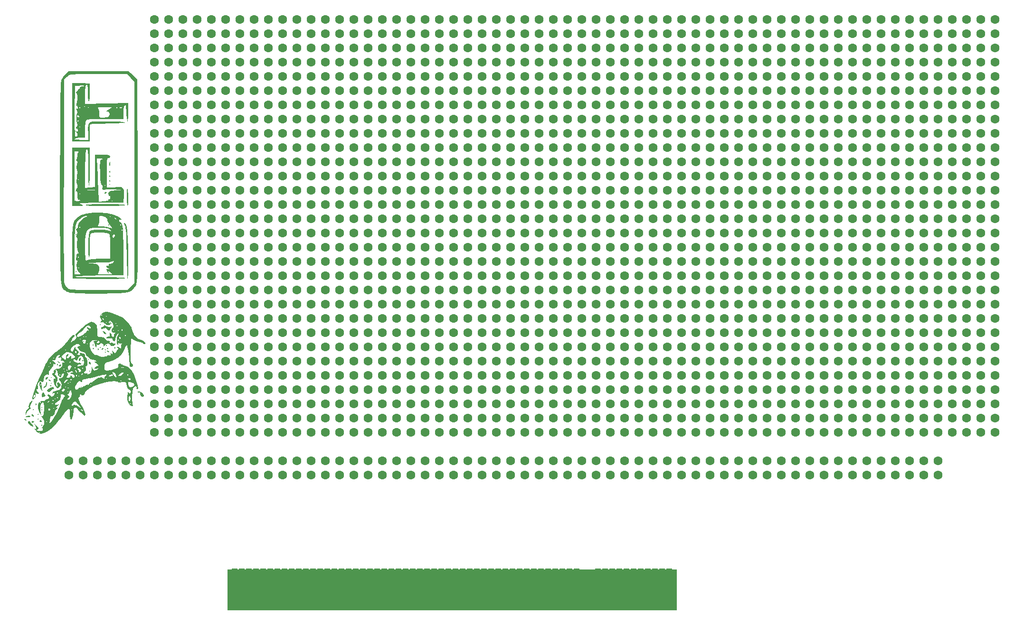
<source format=gbr>
%TF.GenerationSoftware,KiCad,Pcbnew,9.0.2*%
%TF.CreationDate,2025-06-03T09:59:19-04:00*%
%TF.ProjectId,PCI_Proto,5043495f-5072-46f7-946f-2e6b69636164,rev?*%
%TF.SameCoordinates,Original*%
%TF.FileFunction,Soldermask,Top*%
%TF.FilePolarity,Negative*%
%FSLAX46Y46*%
G04 Gerber Fmt 4.6, Leading zero omitted, Abs format (unit mm)*
G04 Created by KiCad (PCBNEW 9.0.2) date 2025-06-03 09:59:19*
%MOMM*%
%LPD*%
G01*
G04 APERTURE LIST*
%ADD10C,0.100000*%
%ADD11C,0.000000*%
%ADD12R,1.020000X4.570000*%
%ADD13R,0.510000X0.760000*%
%ADD14C,1.600000*%
G04 APERTURE END LIST*
D10*
X109700000Y-139944365D02*
X189700000Y-139944365D01*
X189700000Y-147144365D01*
X109700000Y-147144365D01*
X109700000Y-139944365D01*
G36*
X109700000Y-139944365D02*
G01*
X189700000Y-139944365D01*
X189700000Y-147144365D01*
X109700000Y-147144365D01*
X109700000Y-139944365D01*
G37*
D11*
%TO.C,REF\u002A\u002A*%
G36*
X82838883Y-86770961D02*
G01*
X82732160Y-86877684D01*
X82625438Y-86770961D01*
X82732160Y-86664239D01*
X82838883Y-86770961D01*
G37*
G36*
X82838883Y-80154155D02*
G01*
X82732160Y-80260877D01*
X82625438Y-80154155D01*
X82732160Y-80047432D01*
X82838883Y-80154155D01*
G37*
G36*
X88601908Y-78446592D02*
G01*
X88495185Y-78553314D01*
X88388463Y-78446592D01*
X88495185Y-78339869D01*
X88601908Y-78446592D01*
G37*
G36*
X88601908Y-73964239D02*
G01*
X88495185Y-74070961D01*
X88388462Y-73964239D01*
X88495185Y-73857516D01*
X88601908Y-73964239D01*
G37*
G36*
X88815354Y-71189449D02*
G01*
X88708631Y-71296171D01*
X88601908Y-71189449D01*
X88708631Y-71082726D01*
X88815354Y-71189449D01*
G37*
G36*
X88799950Y-70542838D02*
G01*
X88815354Y-70655835D01*
X88737257Y-70831525D01*
X88673057Y-70798132D01*
X88647511Y-70544822D01*
X88673057Y-70513538D01*
X88799950Y-70542838D01*
G37*
G36*
X88799950Y-69689057D02*
G01*
X88815354Y-69802054D01*
X88737257Y-69977744D01*
X88673057Y-69944351D01*
X88647511Y-69691041D01*
X88673057Y-69659757D01*
X88799950Y-69689057D01*
G37*
G36*
X88783410Y-68856293D02*
G01*
X88798503Y-69072782D01*
X88746375Y-69300535D01*
X88669546Y-69201739D01*
X88644100Y-68868149D01*
X88686397Y-68792635D01*
X88783410Y-68856293D01*
G37*
G36*
X88169468Y-72649667D02*
G01*
X88175017Y-72670969D01*
X88025449Y-72853203D01*
X87961572Y-72897012D01*
X87764886Y-72880089D01*
X87748127Y-72802886D01*
X87903068Y-72585530D01*
X87961572Y-72576844D01*
X88169468Y-72649667D01*
G37*
G36*
X88750992Y-67354369D02*
G01*
X88757219Y-67667600D01*
X88740568Y-68129250D01*
X88697997Y-68255980D01*
X88664718Y-68147852D01*
X88629405Y-67525876D01*
X88664719Y-67187348D01*
X88717502Y-67086199D01*
X88750992Y-67354369D01*
G37*
G36*
X91963443Y-72377926D02*
G01*
X91997452Y-73098622D01*
X92002032Y-73412838D01*
X91997300Y-74211992D01*
X91971782Y-74801778D01*
X91930380Y-75091347D01*
X91910818Y-75103120D01*
X91820926Y-74812039D01*
X91757783Y-74238102D01*
X91725666Y-73524753D01*
X91728859Y-72815434D01*
X91771638Y-72253590D01*
X91819521Y-72043230D01*
X91902597Y-72014603D01*
X91963443Y-72377926D01*
G37*
G36*
X88951167Y-74748888D02*
G01*
X89924601Y-74774146D01*
X90729557Y-74815140D01*
X91281026Y-74871795D01*
X91491457Y-74937746D01*
X91324127Y-74993093D01*
X90796628Y-75043498D01*
X89975681Y-75085364D01*
X88928007Y-75115100D01*
X87963199Y-75127796D01*
X86457012Y-75125336D01*
X85344570Y-75094809D01*
X84635983Y-75036761D01*
X84341359Y-74951739D01*
X84333001Y-74931727D01*
X84532123Y-74861087D01*
X85072820Y-74806609D01*
X85870081Y-74768222D01*
X86838898Y-74745853D01*
X87894263Y-74739433D01*
X88951167Y-74748888D01*
G37*
G36*
X91572233Y-78291588D02*
G01*
X91744503Y-78798844D01*
X91872876Y-79665838D01*
X91959346Y-80910215D01*
X92005910Y-82549621D01*
X92015844Y-83978384D01*
X92011111Y-85264482D01*
X91997215Y-86383631D01*
X91975742Y-87273942D01*
X91948277Y-87873524D01*
X91916408Y-88120484D01*
X91909649Y-88122119D01*
X91873716Y-87885734D01*
X91835389Y-87287824D01*
X91797340Y-86393725D01*
X91762244Y-85268773D01*
X91732775Y-83978304D01*
X91726946Y-83657553D01*
X91698127Y-82107197D01*
X91669168Y-80925009D01*
X91635362Y-80052294D01*
X91592003Y-79430354D01*
X91534382Y-79000491D01*
X91457790Y-78704009D01*
X91357522Y-78482210D01*
X91304738Y-78393230D01*
X91269851Y-78160147D01*
X91354068Y-78126424D01*
X91572233Y-78291588D01*
G37*
G36*
X92820589Y-51749468D02*
G01*
X93617875Y-52480076D01*
X93672464Y-70586023D01*
X93681877Y-73784900D01*
X93689209Y-76584673D01*
X93693923Y-79013124D01*
X93695480Y-81098037D01*
X93693341Y-82867195D01*
X93686967Y-84348381D01*
X93675822Y-85569378D01*
X93659365Y-86557969D01*
X93637060Y-87341938D01*
X93608367Y-87949069D01*
X93572747Y-88407144D01*
X93529664Y-88743945D01*
X93478578Y-88987258D01*
X93418952Y-89164864D01*
X93350245Y-89304547D01*
X93308373Y-89375305D01*
X93040154Y-89776758D01*
X92750082Y-90089430D01*
X92383767Y-90324352D01*
X91886821Y-90492557D01*
X91204855Y-90605081D01*
X90283480Y-90672953D01*
X89068307Y-90707208D01*
X87504948Y-90718878D01*
X86697318Y-90719685D01*
X86680900Y-90719701D01*
X85020197Y-90714676D01*
X83732352Y-90697506D01*
X82763430Y-90665048D01*
X82059492Y-90614160D01*
X81566602Y-90541698D01*
X81230822Y-90444519D01*
X81124333Y-90395920D01*
X80903024Y-90285705D01*
X80708912Y-90180556D01*
X80540219Y-90053369D01*
X80395164Y-89877039D01*
X80271967Y-89624459D01*
X80168848Y-89268529D01*
X80084028Y-88782142D01*
X80015726Y-88138194D01*
X79962162Y-87309581D01*
X79921557Y-86269197D01*
X79892131Y-84989938D01*
X79872103Y-83444700D01*
X79859694Y-81606379D01*
X79853124Y-79447869D01*
X79851891Y-78217902D01*
X80523568Y-78217902D01*
X80524705Y-80506965D01*
X80528601Y-82582773D01*
X80535152Y-84412954D01*
X80544256Y-85965136D01*
X80555807Y-87206947D01*
X80569704Y-88106015D01*
X80585841Y-88629967D01*
X80596542Y-88750760D01*
X80840250Y-89276402D01*
X81136749Y-89657903D01*
X81292250Y-89790475D01*
X81496075Y-89891968D01*
X81802665Y-89966510D01*
X82266462Y-90018224D01*
X82941909Y-90051242D01*
X83883447Y-90069686D01*
X85145517Y-90077684D01*
X86697319Y-90079365D01*
X91836427Y-90079365D01*
X92460344Y-89455447D01*
X93084261Y-88831530D01*
X93084261Y-70889067D01*
X93084261Y-52946604D01*
X92461553Y-52249538D01*
X91838845Y-51552474D01*
X86704629Y-51552474D01*
X85094190Y-51553578D01*
X83855528Y-51560067D01*
X82933527Y-51576708D01*
X82273075Y-51608268D01*
X81819058Y-51659514D01*
X81516362Y-51735213D01*
X81309873Y-51840131D01*
X81144477Y-51979035D01*
X81084060Y-52038599D01*
X80597706Y-52524723D01*
X80537751Y-70394901D01*
X80529987Y-73129498D01*
X80525295Y-75747955D01*
X80523568Y-78217902D01*
X79851891Y-78217902D01*
X79850612Y-76942066D01*
X79850379Y-74061867D01*
X79850648Y-71000498D01*
X79853209Y-67604347D01*
X79860787Y-64517731D01*
X79873224Y-61754440D01*
X79890361Y-59328261D01*
X79912038Y-57252987D01*
X79938099Y-55542408D01*
X79968384Y-54210314D01*
X80002734Y-53270494D01*
X80040992Y-52736738D01*
X80061919Y-52625419D01*
X80369634Y-52089826D01*
X80822276Y-51561033D01*
X80840146Y-51544297D01*
X81407101Y-51018862D01*
X86715202Y-51018861D01*
X92023303Y-51018861D01*
X92820589Y-51749468D01*
G37*
G36*
X85186782Y-64679366D02*
G01*
X85186782Y-68107088D01*
X85176534Y-69252294D01*
X85148198Y-70221568D01*
X85105386Y-70946585D01*
X85051710Y-71359020D01*
X85011304Y-71426359D01*
X84948481Y-71183283D01*
X84905193Y-70599546D01*
X84885148Y-69761082D01*
X84892053Y-68753831D01*
X84893352Y-68692334D01*
X84909425Y-67195089D01*
X84881455Y-66101052D01*
X84807306Y-65388601D01*
X84684837Y-65036113D01*
X84529078Y-65010267D01*
X84462067Y-65254678D01*
X84404909Y-65850361D01*
X84361867Y-66721733D01*
X84337204Y-67793213D01*
X84333001Y-68486258D01*
X84333001Y-71841066D01*
X85186782Y-71759646D01*
X86040564Y-71678224D01*
X86040565Y-68819130D01*
X86040565Y-66600373D01*
X86419010Y-66600373D01*
X86561694Y-69641970D01*
X86616155Y-70813524D01*
X86665763Y-71900233D01*
X86705796Y-72797213D01*
X86731529Y-73399582D01*
X86735252Y-73493941D01*
X86766127Y-74304316D01*
X87737379Y-74241000D01*
X88283490Y-74177684D01*
X89028799Y-74177684D01*
X89135522Y-74284407D01*
X89242244Y-74177684D01*
X89135522Y-74070961D01*
X89028799Y-74177684D01*
X88283490Y-74177684D01*
X88348688Y-74170125D01*
X88653660Y-74018767D01*
X88772582Y-73721477D01*
X88779942Y-73673741D01*
X88764801Y-73334007D01*
X88642526Y-73298801D01*
X88497348Y-73222363D01*
X88464492Y-72895750D01*
X88512915Y-72599382D01*
X88683043Y-72435130D01*
X89077461Y-72358354D01*
X89775858Y-72325095D01*
X91056530Y-72286490D01*
X89455690Y-72164860D01*
X88669274Y-72129051D01*
X88058282Y-72145897D01*
X87854849Y-72187462D01*
X87738048Y-72211326D01*
X87721447Y-72226102D01*
X87517208Y-72251501D01*
X87433266Y-72158540D01*
X87367173Y-71853634D01*
X87404733Y-71781862D01*
X87394656Y-71539014D01*
X87309157Y-71402894D01*
X87748127Y-71402894D01*
X87854849Y-71509617D01*
X87961572Y-71402894D01*
X87854849Y-71296171D01*
X87748127Y-71402894D01*
X87309157Y-71402894D01*
X87271561Y-71343039D01*
X87138557Y-70963981D01*
X87040000Y-70228441D01*
X86984360Y-69206038D01*
X86978460Y-68933681D01*
X86968688Y-67971502D01*
X86987212Y-67354224D01*
X87049803Y-67000037D01*
X87172229Y-66827134D01*
X87370257Y-66753709D01*
X87399813Y-66747704D01*
X87559493Y-66683081D01*
X87305818Y-66638566D01*
X87136929Y-66629441D01*
X86419010Y-66600373D01*
X86040565Y-66600373D01*
X86040565Y-65960037D01*
X87427959Y-65960037D01*
X88195618Y-65978909D01*
X88623340Y-66049676D01*
X88796976Y-66193563D01*
X88815354Y-66303041D01*
X88684114Y-66545398D01*
X88495185Y-66523186D01*
X88361868Y-66525301D01*
X88270816Y-66693165D01*
X88214427Y-67088328D01*
X88185093Y-67772341D01*
X88175208Y-68806756D01*
X88174885Y-69115055D01*
X88174752Y-71829785D01*
X89202933Y-71758465D01*
X90153906Y-71705747D01*
X90755188Y-71742640D01*
X91082410Y-71922197D01*
X91211205Y-72297469D01*
X91217204Y-72921508D01*
X91206429Y-73163818D01*
X91142883Y-74497852D01*
X89135522Y-74508023D01*
X86830800Y-74519701D01*
X86766127Y-74520383D01*
X85456055Y-74534218D01*
X85400227Y-74535615D01*
X84372177Y-74561327D01*
X83612107Y-74599304D01*
X83208789Y-74646428D01*
X83195164Y-74700973D01*
X83223244Y-74708402D01*
X83815502Y-74873610D01*
X83987384Y-74992196D01*
X83737173Y-75068340D01*
X83063156Y-75106216D01*
X83059847Y-75106291D01*
X82945606Y-75108865D01*
X81985101Y-75130504D01*
X81985101Y-69904935D01*
X81985101Y-69755500D01*
X82411992Y-69755500D01*
X82411992Y-74191299D01*
X82945606Y-74235462D01*
X83345272Y-74199223D01*
X83479220Y-74075269D01*
X83372496Y-73990628D01*
X83325465Y-73953328D01*
X83192706Y-73980859D01*
X83159051Y-73974167D01*
X83010023Y-73944535D01*
X82948977Y-73598115D01*
X82961286Y-73225614D01*
X82956648Y-72897012D01*
X83265774Y-72897012D01*
X83372496Y-73003733D01*
X83479219Y-72897012D01*
X83372496Y-72790289D01*
X83265774Y-72897012D01*
X82956648Y-72897012D01*
X82954070Y-72714374D01*
X82868213Y-72477580D01*
X82820908Y-72481230D01*
X82648490Y-72471338D01*
X82655950Y-72257048D01*
X84680833Y-72257048D01*
X84923246Y-72289235D01*
X85400227Y-72299436D01*
X85927180Y-72286200D01*
X86124675Y-72251746D01*
X85987202Y-72210517D01*
X85297751Y-72174787D01*
X84813253Y-72210517D01*
X84680833Y-72257048D01*
X82655950Y-72257048D01*
X82656224Y-72249177D01*
X82772083Y-72074457D01*
X82907017Y-71779002D01*
X82948035Y-71388760D01*
X82883793Y-71113578D01*
X82825690Y-71082726D01*
X82760264Y-70901499D01*
X82805428Y-70458260D01*
X82819539Y-70389029D01*
X82826495Y-70335667D01*
X83052328Y-70335667D01*
X83159051Y-70442390D01*
X83265774Y-70335667D01*
X83159051Y-70228945D01*
X83052328Y-70335667D01*
X82826495Y-70335667D01*
X82904543Y-69736921D01*
X82909726Y-69068493D01*
X82840220Y-68548737D01*
X82756678Y-68368028D01*
X82747397Y-68115647D01*
X82860782Y-67716724D01*
X82959012Y-67243585D01*
X82793794Y-66994880D01*
X82665030Y-66844217D01*
X82739209Y-66817087D01*
X82889967Y-66631267D01*
X82930899Y-66226844D01*
X82987117Y-65740495D01*
X83137296Y-65483052D01*
X83156487Y-65362605D01*
X82892244Y-65322969D01*
X82411992Y-65319701D01*
X82411992Y-69755500D01*
X81985101Y-69755500D01*
X81985101Y-64679365D01*
X83585942Y-64679365D01*
X85186782Y-64679366D01*
G37*
G36*
X83585942Y-53173264D02*
G01*
X85186782Y-53215634D01*
X85186782Y-54904635D01*
X85163051Y-55758640D01*
X85096526Y-56298850D01*
X84994210Y-56472121D01*
X84980971Y-56466436D01*
X84882616Y-56203369D01*
X84825269Y-55638634D01*
X84820887Y-54924622D01*
X84813993Y-54045019D01*
X84720121Y-53552390D01*
X84599807Y-53420596D01*
X84461717Y-53490253D01*
X84377328Y-53847581D01*
X84338124Y-54546446D01*
X84332733Y-55109897D01*
X84332465Y-56888608D01*
X88174750Y-56821774D01*
X92017034Y-56754939D01*
X92017034Y-58511550D01*
X92002535Y-59296565D01*
X91963887Y-59866974D01*
X91908359Y-60132885D01*
X91885571Y-60136697D01*
X91804761Y-59867554D01*
X91731908Y-59307627D01*
X91693396Y-58767090D01*
X91656689Y-58043816D01*
X91625633Y-57475821D01*
X91611414Y-57249541D01*
X91472500Y-57072682D01*
X91376698Y-57102054D01*
X91257967Y-57373026D01*
X91180472Y-57928943D01*
X91163253Y-58395323D01*
X91163253Y-59556676D01*
X90611852Y-59556676D01*
X89989303Y-59556676D01*
X88085752Y-59556676D01*
X87528959Y-59560959D01*
X86959586Y-59565338D01*
X85969308Y-59589132D01*
X85201575Y-59624771D01*
X84866614Y-59657058D01*
X84743043Y-59668967D01*
X84670626Y-59686235D01*
X84485230Y-59855070D01*
X84379667Y-60241240D01*
X84336454Y-60930330D01*
X84332688Y-61340436D01*
X84332375Y-62865079D01*
X84226278Y-62872384D01*
X83427261Y-62927396D01*
X83372496Y-62933706D01*
X82711860Y-63009819D01*
X82608596Y-63045172D01*
X82411383Y-63112689D01*
X82516321Y-63210684D01*
X83017169Y-63278480D01*
X83565040Y-63294393D01*
X84910160Y-63296817D01*
X84867582Y-62019001D01*
X84839684Y-61249829D01*
X84855584Y-60701436D01*
X84975532Y-60337242D01*
X85259779Y-60120668D01*
X85768572Y-60015138D01*
X86562162Y-59984071D01*
X87700799Y-59990890D01*
X88200505Y-59995526D01*
X89319973Y-60015052D01*
X90280570Y-60052006D01*
X91004928Y-60101834D01*
X91415678Y-60159978D01*
X91478173Y-60188521D01*
X91314947Y-60249337D01*
X90796185Y-60304629D01*
X89993244Y-60349707D01*
X88977476Y-60379878D01*
X88451378Y-60387531D01*
X87338299Y-60406263D01*
X86382933Y-60436829D01*
X85663739Y-60475594D01*
X85259175Y-60518922D01*
X85201447Y-60538089D01*
X85148493Y-60796169D01*
X85123130Y-61360170D01*
X85130636Y-62109705D01*
X85131458Y-62134812D01*
X85180867Y-63612138D01*
X83582984Y-63612138D01*
X81985101Y-63612138D01*
X81985101Y-59793008D01*
X82450658Y-59793008D01*
X82461757Y-61059269D01*
X82493305Y-61997884D01*
X82544207Y-62575195D01*
X82608596Y-62758356D01*
X82909970Y-62602841D01*
X82950205Y-62244016D01*
X82803896Y-61960975D01*
X82647030Y-61727320D01*
X82785522Y-61769476D01*
X83013439Y-61768407D01*
X83052328Y-61597004D01*
X82927531Y-61305184D01*
X82812748Y-61264238D01*
X82682415Y-61180372D01*
X82810896Y-60977793D01*
X82828291Y-60944071D01*
X83265774Y-60944071D01*
X83372496Y-61050793D01*
X83479220Y-60944071D01*
X83372496Y-60837347D01*
X83265774Y-60944071D01*
X82828291Y-60944071D01*
X82962904Y-60683114D01*
X82942891Y-60585614D01*
X82826825Y-60282793D01*
X82771950Y-59841269D01*
X82910031Y-59841269D01*
X82939331Y-59968163D01*
X83052328Y-59983566D01*
X83228018Y-59905470D01*
X83194625Y-59841269D01*
X83052328Y-59826919D01*
X82941316Y-59815724D01*
X82910031Y-59841269D01*
X82771950Y-59841269D01*
X82762922Y-59768627D01*
X82755749Y-59212675D01*
X82781306Y-59010465D01*
X82838883Y-59010465D01*
X82988452Y-59192698D01*
X83052329Y-59236508D01*
X83249015Y-59219584D01*
X83265774Y-59142382D01*
X83110830Y-58925026D01*
X83052329Y-58916340D01*
X82844432Y-58989163D01*
X82838883Y-59010465D01*
X82781306Y-59010465D01*
X82809866Y-58784500D01*
X82890800Y-58650014D01*
X82985105Y-58425254D01*
X82848196Y-58079959D01*
X82713203Y-57747624D01*
X82817588Y-57729229D01*
X83018541Y-57695932D01*
X83052328Y-57541541D01*
X83047242Y-57528945D01*
X83265774Y-57528945D01*
X83372496Y-57635667D01*
X83479219Y-57528945D01*
X84759891Y-57528945D01*
X84866614Y-57635667D01*
X84919449Y-57582832D01*
X86577131Y-57582832D01*
X86673096Y-57732987D01*
X86839538Y-58170127D01*
X86849102Y-58700939D01*
X86818557Y-59125513D01*
X86972730Y-59304216D01*
X87423716Y-59342946D01*
X87528959Y-59343230D01*
X88107272Y-59283304D01*
X88505322Y-59136557D01*
X88534530Y-59111785D01*
X88695229Y-58751196D01*
X88616980Y-58386240D01*
X88361831Y-58189557D01*
X88207347Y-58201474D01*
X88119945Y-58179199D01*
X88350894Y-57985422D01*
X88441824Y-57923822D01*
X88840286Y-57654317D01*
X89007928Y-57528945D01*
X89882580Y-57528945D01*
X89989303Y-57635667D01*
X90040334Y-57584636D01*
X90402047Y-57584636D01*
X90611852Y-57618816D01*
X90888694Y-57579573D01*
X90891999Y-57506711D01*
X90606326Y-57455758D01*
X90482896Y-57489860D01*
X90402047Y-57584636D01*
X90040334Y-57584636D01*
X90096026Y-57528945D01*
X89989303Y-57422222D01*
X89882580Y-57528945D01*
X89007928Y-57528945D01*
X89026883Y-57514769D01*
X89028799Y-57511456D01*
X88834617Y-57492411D01*
X88328847Y-57468068D01*
X87715809Y-57446723D01*
X87006843Y-57437020D01*
X86651415Y-57475765D01*
X86577131Y-57582832D01*
X84919449Y-57582832D01*
X84973337Y-57528945D01*
X84866614Y-57422223D01*
X84759891Y-57528945D01*
X83479219Y-57528945D01*
X83372496Y-57422223D01*
X83265774Y-57528945D01*
X83047242Y-57528945D01*
X82961048Y-57315499D01*
X84119556Y-57315499D01*
X84226279Y-57422222D01*
X84333001Y-57315499D01*
X84226279Y-57208776D01*
X84119556Y-57315499D01*
X82961048Y-57315499D01*
X82934439Y-57249605D01*
X82826286Y-57208776D01*
X82712486Y-57072635D01*
X82763987Y-56943833D01*
X82879261Y-56566144D01*
X82929671Y-56015714D01*
X82917556Y-55445746D01*
X82845253Y-55009440D01*
X82732160Y-54857671D01*
X82685338Y-54769941D01*
X82803752Y-54673661D01*
X83059982Y-54407848D01*
X83091902Y-54303400D01*
X83246141Y-54163684D01*
X83302984Y-54172468D01*
X83412903Y-54097374D01*
X83375766Y-54012384D01*
X83436860Y-53839410D01*
X83680068Y-53793650D01*
X84034163Y-53744067D01*
X84119555Y-53672553D01*
X83932198Y-53613137D01*
X83467260Y-53616993D01*
X83319135Y-53629307D01*
X82518715Y-53707159D01*
X82461109Y-58232758D01*
X82450658Y-59793008D01*
X81985101Y-59793008D01*
X81985101Y-58371516D01*
X81985101Y-53130893D01*
X83585942Y-53173264D01*
G37*
G36*
X88187526Y-76346620D02*
G01*
X89290204Y-76586404D01*
X90167949Y-76943892D01*
X90645431Y-77317366D01*
X90835904Y-77574878D01*
X90761069Y-77571452D01*
X90728739Y-77547595D01*
X90471108Y-77420002D01*
X90401308Y-77654504D01*
X90400949Y-77695686D01*
X90472156Y-77977553D01*
X90569055Y-77991186D01*
X90765311Y-78027790D01*
X90920235Y-78416809D01*
X91035592Y-79173763D01*
X91113149Y-80314171D01*
X91154673Y-81853553D01*
X91163253Y-83210477D01*
X91163253Y-87412958D01*
X90807510Y-87418749D01*
X90629639Y-87421645D01*
X89868683Y-87434033D01*
X87864288Y-87466663D01*
X86840984Y-87483322D01*
X85522927Y-87511536D01*
X84511194Y-87544295D01*
X84351819Y-87549454D01*
X83394182Y-87593873D01*
X82716536Y-87641583D01*
X82411992Y-87685539D01*
X82385400Y-87689377D01*
X82366203Y-87699037D01*
X82523208Y-87739850D01*
X83048075Y-87772557D01*
X83881831Y-87795758D01*
X84965500Y-87808051D01*
X86240106Y-87808033D01*
X86792682Y-87804243D01*
X88257898Y-87800514D01*
X89511406Y-87815397D01*
X90501438Y-87847129D01*
X91176224Y-87893948D01*
X91483997Y-87954089D01*
X91495469Y-87964405D01*
X91332142Y-88028631D01*
X90774549Y-88076352D01*
X89855033Y-88106567D01*
X88605937Y-88118273D01*
X87059603Y-88110469D01*
X86855545Y-88108173D01*
X82091824Y-88051634D01*
X82037023Y-83249112D01*
X82035983Y-83121286D01*
X82411992Y-83121286D01*
X82411992Y-87304575D01*
X83212412Y-87275506D01*
X83611734Y-87239087D01*
X83649047Y-87181625D01*
X83554338Y-87156791D01*
X83372496Y-87034066D01*
X83159051Y-86890009D01*
X83151383Y-86884834D01*
X82873882Y-86348358D01*
X82837405Y-86130625D01*
X83052328Y-86130625D01*
X83159051Y-86237348D01*
X83265774Y-86130625D01*
X83159051Y-86023903D01*
X83052328Y-86130625D01*
X82837405Y-86130625D01*
X82765571Y-85701838D01*
X82839166Y-85278273D01*
X84933345Y-85278273D01*
X85089481Y-85319210D01*
X85506950Y-85366087D01*
X86219168Y-85449018D01*
X86611085Y-85559550D01*
X86788293Y-85754344D01*
X86856394Y-86090060D01*
X86856407Y-86090171D01*
X86821996Y-86641238D01*
X86670188Y-86997314D01*
X86591679Y-87160226D01*
X86740395Y-87253782D01*
X87185890Y-87295880D01*
X87864288Y-87304575D01*
X88572201Y-87296545D01*
X89059821Y-87275442D01*
X89226280Y-87245744D01*
X89224457Y-87244177D01*
X89003325Y-87082373D01*
X88721020Y-86870647D01*
X88455402Y-86710914D01*
X88466810Y-86824324D01*
X88548688Y-87060803D01*
X88515292Y-87091129D01*
X88338473Y-86927918D01*
X88186230Y-86685190D01*
X88079142Y-86392138D01*
X88281127Y-86348466D01*
X88445527Y-86378398D01*
X88748074Y-86428890D01*
X88704905Y-86352133D01*
X88388463Y-86151566D01*
X88071959Y-85893692D01*
X88145877Y-85771397D01*
X88457689Y-85790469D01*
X88537504Y-85686350D01*
X88498454Y-85602300D01*
X88555862Y-85425569D01*
X88767183Y-85383566D01*
X89274866Y-85258974D01*
X89440324Y-84896994D01*
X89438839Y-84867740D01*
X89368406Y-84802502D01*
X89314329Y-84903315D01*
X89278986Y-84925091D01*
X89103375Y-85033296D01*
X88567631Y-85124898D01*
X87670481Y-85182386D01*
X86716474Y-85206003D01*
X85724713Y-85224599D01*
X85137713Y-85247713D01*
X84933345Y-85278273D01*
X82839166Y-85278273D01*
X82870184Y-85099751D01*
X82935896Y-84972387D01*
X83004302Y-84777807D01*
X82886013Y-84820825D01*
X82730344Y-84770013D01*
X82731604Y-84373552D01*
X82752329Y-84209617D01*
X83052328Y-84209617D01*
X83159051Y-84316340D01*
X83265774Y-84209617D01*
X83159051Y-84102894D01*
X83052328Y-84209617D01*
X82752329Y-84209617D01*
X82794138Y-83878898D01*
X82824177Y-83610045D01*
X82978743Y-83542759D01*
X83105690Y-83597656D01*
X83251741Y-83647285D01*
X83101093Y-83422991D01*
X83093853Y-83414037D01*
X82915486Y-82901310D01*
X82899359Y-82343401D01*
X84333001Y-82343401D01*
X84341637Y-83484012D01*
X84370878Y-84245725D01*
X84425730Y-84676251D01*
X84511194Y-84823295D01*
X84589135Y-84785919D01*
X84953748Y-84649048D01*
X85696914Y-84561939D01*
X86772622Y-84529851D01*
X86830312Y-84529785D01*
X88815354Y-84529785D01*
X88815354Y-82519511D01*
X88802124Y-81602696D01*
X88766672Y-80825066D01*
X88736272Y-80515087D01*
X89245513Y-80515087D01*
X89278986Y-80834317D01*
X89402386Y-80765943D01*
X89455690Y-80687768D01*
X89637178Y-80383527D01*
X89595811Y-80245160D01*
X89455690Y-80154155D01*
X89294250Y-80225062D01*
X89245513Y-80515087D01*
X88736272Y-80515087D01*
X88715348Y-80301740D01*
X88685795Y-80171612D01*
X88520395Y-79988563D01*
X88142136Y-79883255D01*
X87465953Y-79838741D01*
X86990828Y-79833987D01*
X86211087Y-79862203D01*
X85608080Y-79936609D01*
X85299889Y-80041845D01*
X85288566Y-80055424D01*
X85230618Y-80354470D01*
X85188522Y-80973365D01*
X85168033Y-81805187D01*
X85167909Y-82296600D01*
X85159324Y-83165969D01*
X85122984Y-83847653D01*
X85065445Y-84248799D01*
X85025328Y-84316340D01*
X84940081Y-84120982D01*
X84888218Y-83604255D01*
X84867327Y-82870176D01*
X84874997Y-82022762D01*
X84908815Y-81166032D01*
X84966370Y-80404002D01*
X85045249Y-79840690D01*
X85134990Y-79586955D01*
X85513184Y-79430077D01*
X86176108Y-79339141D01*
X86986893Y-79313072D01*
X87808670Y-79350794D01*
X88504571Y-79451232D01*
X88937728Y-79613312D01*
X88942370Y-79616863D01*
X89211680Y-79819563D01*
X89203003Y-79768034D01*
X89140970Y-79693956D01*
X88993714Y-79518109D01*
X90781965Y-79518109D01*
X90807510Y-79549393D01*
X90934403Y-79520093D01*
X90949807Y-79407096D01*
X90871710Y-79231406D01*
X90807510Y-79264799D01*
X90781965Y-79518109D01*
X88993714Y-79518109D01*
X88942356Y-79456779D01*
X88677579Y-79208871D01*
X88333838Y-79064648D01*
X87796955Y-78997352D01*
X86952750Y-78980225D01*
X86908757Y-78980205D01*
X85940209Y-78995023D01*
X85251048Y-79080835D01*
X84793761Y-79299678D01*
X84520834Y-79713591D01*
X84384756Y-80384612D01*
X84338013Y-81374778D01*
X84333001Y-82343401D01*
X82899359Y-82343401D01*
X82889239Y-81993329D01*
X82901267Y-81779715D01*
X82921333Y-81027993D01*
X82859480Y-80650909D01*
X82773401Y-80621515D01*
X82666656Y-80616456D01*
X82746901Y-80453940D01*
X82928459Y-79921810D01*
X82836242Y-79468746D01*
X82732160Y-79357003D01*
X82670337Y-79216924D01*
X82785522Y-79196919D01*
X82984649Y-79011645D01*
X83010494Y-78873482D01*
X83265774Y-78873482D01*
X83372497Y-78980205D01*
X83479220Y-78873482D01*
X83372496Y-78766760D01*
X83265774Y-78873482D01*
X83010494Y-78873482D01*
X83052328Y-78649845D01*
X83055165Y-78640765D01*
X86575154Y-78640765D01*
X86729338Y-78735859D01*
X87215687Y-78765735D01*
X87415856Y-78766760D01*
X88128137Y-78819462D01*
X88728722Y-78951853D01*
X88881872Y-79015805D01*
X89140970Y-79135800D01*
X89163031Y-79058373D01*
X88935639Y-78727045D01*
X88815353Y-78568031D01*
X88770349Y-78508535D01*
X88728752Y-78446592D01*
X90522917Y-78446592D01*
X90629639Y-78553314D01*
X90736362Y-78446592D01*
X90629639Y-78339870D01*
X90522917Y-78446592D01*
X88728752Y-78446592D01*
X88448838Y-78029766D01*
X88305590Y-77697351D01*
X88316381Y-77629318D01*
X88312294Y-77399936D01*
X88048237Y-77140726D01*
X89455690Y-77140726D01*
X89605951Y-77335513D01*
X89669135Y-77379365D01*
X89868683Y-77433755D01*
X89882580Y-77404559D01*
X89732319Y-77209771D01*
X89669135Y-77165919D01*
X89469587Y-77111530D01*
X89455690Y-77140726D01*
X88048237Y-77140726D01*
X88035761Y-77128479D01*
X87625886Y-76916900D01*
X88673057Y-76916900D01*
X88702356Y-77043793D01*
X88815354Y-77059197D01*
X88991043Y-76981100D01*
X88957650Y-76916900D01*
X88704341Y-76891354D01*
X88673057Y-76916900D01*
X87625886Y-76916900D01*
X87617690Y-76912669D01*
X87266727Y-76845751D01*
X86914801Y-76901675D01*
X86816611Y-77155542D01*
X86849102Y-77488042D01*
X86834891Y-78052739D01*
X86679277Y-78448547D01*
X86575154Y-78640765D01*
X83055165Y-78640765D01*
X83212754Y-78136433D01*
X83605398Y-77603726D01*
X84097311Y-77197154D01*
X84506465Y-77059197D01*
X84711560Y-76985118D01*
X84680317Y-76908473D01*
X84415027Y-76903158D01*
X83943660Y-77077554D01*
X83802205Y-77149475D01*
X83363877Y-77420445D01*
X83027815Y-77739542D01*
X82780695Y-78163996D01*
X82609193Y-78751039D01*
X82499988Y-79557901D01*
X82439756Y-80641812D01*
X82415174Y-82060005D01*
X82411992Y-83121286D01*
X82035983Y-83121286D01*
X82023024Y-81529239D01*
X82033732Y-80181646D01*
X82082333Y-79151876D01*
X82182017Y-78385475D01*
X82345968Y-77827987D01*
X82587376Y-77424956D01*
X82919429Y-77121927D01*
X83355312Y-76864444D01*
X83614104Y-76736821D01*
X84573203Y-76419642D01*
X85724694Y-76254625D01*
X86964245Y-76233156D01*
X88187526Y-76346620D01*
G37*
G36*
X76695630Y-114174802D02*
G01*
X76588907Y-114281523D01*
X76482183Y-114174801D01*
X76588906Y-114068078D01*
X76695630Y-114174802D01*
G37*
G36*
X76055294Y-113107574D02*
G01*
X75948572Y-113214296D01*
X75841848Y-113107574D01*
X75948571Y-113000851D01*
X76055294Y-113107574D01*
G37*
G36*
X76055294Y-112253792D02*
G01*
X75948571Y-112360515D01*
X75841848Y-112253792D01*
X75948571Y-112147070D01*
X76055294Y-112253792D01*
G37*
G36*
X75201512Y-111400011D02*
G01*
X75094789Y-111506733D01*
X74988067Y-111400011D01*
X75094789Y-111293288D01*
X75201512Y-111400011D01*
G37*
G36*
X76695630Y-111400011D02*
G01*
X76588907Y-111506733D01*
X76482184Y-111400011D01*
X76588907Y-111293288D01*
X76695630Y-111400011D01*
G37*
G36*
X76695630Y-110973120D02*
G01*
X76588907Y-111079843D01*
X76482184Y-110973120D01*
X76588907Y-110866397D01*
X76695630Y-110973120D01*
G37*
G36*
X83739327Y-107344549D02*
G01*
X83632605Y-107451271D01*
X83525882Y-107344550D01*
X83632606Y-107237826D01*
X83739327Y-107344549D01*
G37*
G36*
X78403193Y-106704212D02*
G01*
X78296470Y-106810935D01*
X78189747Y-106704212D01*
X78296470Y-106597490D01*
X78403193Y-106704212D01*
G37*
G36*
X78403193Y-105636986D02*
G01*
X78296470Y-105743708D01*
X78189747Y-105636986D01*
X78296470Y-105530263D01*
X78403193Y-105636986D01*
G37*
G36*
X85233445Y-104569759D02*
G01*
X85126721Y-104676481D01*
X85020000Y-104569759D01*
X85126722Y-104463036D01*
X85233445Y-104569759D01*
G37*
G36*
X83952773Y-102648750D02*
G01*
X83846050Y-102755473D01*
X83739327Y-102648750D01*
X83846050Y-102542027D01*
X83952773Y-102648750D01*
G37*
G36*
X85020000Y-102435305D02*
G01*
X84913277Y-102542028D01*
X84806554Y-102435305D01*
X84913277Y-102328582D01*
X85020000Y-102435305D01*
G37*
G36*
X88008235Y-101154633D02*
G01*
X87901512Y-101261355D01*
X87794789Y-101154633D01*
X87901512Y-101047910D01*
X88008235Y-101154633D01*
G37*
G36*
X88008235Y-100727742D02*
G01*
X87901512Y-100834465D01*
X87794790Y-100727742D01*
X87901512Y-100621019D01*
X88008235Y-100727742D01*
G37*
G36*
X85873781Y-100514296D02*
G01*
X85767058Y-100621019D01*
X85660336Y-100514295D01*
X85767058Y-100407574D01*
X85873781Y-100514296D01*
G37*
G36*
X88435126Y-100514296D02*
G01*
X88328403Y-100621019D01*
X88221680Y-100514296D01*
X88328403Y-100407574D01*
X88435126Y-100514296D01*
G37*
G36*
X87154453Y-100300851D02*
G01*
X87047731Y-100407574D01*
X86941008Y-100300851D01*
X87047731Y-100194128D01*
X87154453Y-100300851D01*
G37*
G36*
X85873781Y-99873960D02*
G01*
X85767058Y-99980683D01*
X85660336Y-99873959D01*
X85767058Y-99767238D01*
X85873781Y-99873960D01*
G37*
G36*
X84166217Y-99233624D02*
G01*
X84059494Y-99340347D01*
X83952773Y-99233624D01*
X84059494Y-99126901D01*
X84166217Y-99233624D01*
G37*
G36*
X87154453Y-96245389D02*
G01*
X87047731Y-96352112D01*
X86941008Y-96245389D01*
X87047731Y-96138666D01*
X87154453Y-96245389D01*
G37*
G36*
X88862016Y-95818498D02*
G01*
X88755294Y-95925221D01*
X88648571Y-95818498D01*
X88755294Y-95711775D01*
X88862016Y-95818498D01*
G37*
G36*
X75612999Y-110326509D02*
G01*
X75628403Y-110439506D01*
X75550307Y-110615196D01*
X75486106Y-110581803D01*
X75460561Y-110328494D01*
X75486106Y-110297210D01*
X75612999Y-110326509D01*
G37*
G36*
X78332044Y-107095529D02*
G01*
X78302745Y-107222422D01*
X78189747Y-107237826D01*
X78014058Y-107159730D01*
X78047451Y-107095529D01*
X78300760Y-107069984D01*
X78332044Y-107095529D01*
G37*
G36*
X79455016Y-103282812D02*
G01*
X79470420Y-103395809D01*
X79392323Y-103571499D01*
X79328123Y-103538106D01*
X79302578Y-103284796D01*
X79328123Y-103253512D01*
X79455016Y-103282812D01*
G37*
G36*
X86712159Y-100508022D02*
G01*
X86727562Y-100621019D01*
X86649466Y-100796709D01*
X86585266Y-100763316D01*
X86559720Y-100510005D01*
X86585266Y-100478722D01*
X86712159Y-100508022D01*
G37*
G36*
X89700394Y-100294576D02*
G01*
X89715798Y-100407574D01*
X89637702Y-100583263D01*
X89573501Y-100549871D01*
X89547956Y-100296561D01*
X89573501Y-100265277D01*
X89700394Y-100294576D01*
G37*
G36*
X88206275Y-99867686D02*
G01*
X88221681Y-99980683D01*
X88143584Y-100156373D01*
X88079383Y-100122980D01*
X88053837Y-99869670D01*
X88079383Y-99838386D01*
X88206275Y-99867686D01*
G37*
G36*
X76496933Y-113330134D02*
G01*
X76686196Y-113536186D01*
X76470631Y-113637012D01*
X76362865Y-113641187D01*
X76143026Y-113536171D01*
X76164169Y-113424260D01*
X76419971Y-113301130D01*
X76496933Y-113330134D01*
G37*
G36*
X77692272Y-105731533D02*
G01*
X77572823Y-105926580D01*
X77353525Y-106081502D01*
X77257150Y-106002307D01*
X77301217Y-105757169D01*
X77443914Y-105666050D01*
X77718414Y-105584551D01*
X77692272Y-105731533D01*
G37*
G36*
X79583844Y-102820637D02*
G01*
X79740784Y-102942432D01*
X79875669Y-103121897D01*
X79661793Y-103077113D01*
X79621298Y-103061918D01*
X79359926Y-102892828D01*
X79358049Y-102796695D01*
X79583844Y-102820637D01*
G37*
G36*
X87579266Y-100471860D02*
G01*
X87581344Y-100501700D01*
X87429738Y-100682235D01*
X87334920Y-100748124D01*
X87188860Y-100773281D01*
X87240794Y-100653998D01*
X87455711Y-100424855D01*
X87579266Y-100471860D01*
G37*
G36*
X75195963Y-113500566D02*
G01*
X75201512Y-113521868D01*
X75051943Y-113704101D01*
X74988067Y-113747910D01*
X74791380Y-113730987D01*
X74774621Y-113653783D01*
X74929564Y-113436428D01*
X74988067Y-113427742D01*
X75195963Y-113500566D01*
G37*
G36*
X73707395Y-113107574D02*
G01*
X73911235Y-113308686D01*
X73920840Y-113346213D01*
X73782965Y-113360776D01*
X73707395Y-113321019D01*
X73503554Y-113119908D01*
X73493949Y-113082380D01*
X73631824Y-113067817D01*
X73707395Y-113107574D01*
G37*
G36*
X74561176Y-112593943D02*
G01*
X74382228Y-112751186D01*
X74134285Y-112787406D01*
X73786835Y-112752975D01*
X73707395Y-112705577D01*
X73883387Y-112593456D01*
X74134286Y-112512115D01*
X74474641Y-112500144D01*
X74561176Y-112593943D01*
G37*
G36*
X74988067Y-112253792D02*
G01*
X75193543Y-112536545D01*
X75201512Y-112599154D01*
X75070002Y-112714877D01*
X74988067Y-112680683D01*
X74782590Y-112397929D01*
X74774621Y-112335321D01*
X74906132Y-112219598D01*
X74988067Y-112253792D01*
G37*
G36*
X77976301Y-106063876D02*
G01*
X78180143Y-106264988D01*
X78189747Y-106302515D01*
X78051873Y-106317078D01*
X77976302Y-106277323D01*
X77772461Y-106076209D01*
X77762857Y-106038682D01*
X77900731Y-106024120D01*
X77976301Y-106063876D01*
G37*
G36*
X80105206Y-103468633D02*
G01*
X80110756Y-103489935D01*
X79961187Y-103672168D01*
X79897310Y-103715977D01*
X79700624Y-103699054D01*
X79683865Y-103621851D01*
X79838808Y-103404495D01*
X79897310Y-103395809D01*
X80105206Y-103468633D01*
G37*
G36*
X85241517Y-102922378D02*
G01*
X85310632Y-103075641D01*
X85315069Y-103350485D01*
X85226746Y-103395809D01*
X85043290Y-103222825D01*
X85020000Y-103075641D01*
X85065666Y-102790860D01*
X85103886Y-102755473D01*
X85241517Y-102922378D01*
G37*
G36*
X83516610Y-102289433D02*
G01*
X83525882Y-102435305D01*
X83414179Y-102719405D01*
X83319135Y-102755473D01*
X83201695Y-102599016D01*
X83235249Y-102435305D01*
X83386749Y-102154461D01*
X83441995Y-102115137D01*
X83516610Y-102289433D01*
G37*
G36*
X88435126Y-100941187D02*
G01*
X88638967Y-101142298D01*
X88648571Y-101179826D01*
X88510696Y-101194389D01*
X88435126Y-101154633D01*
X88231285Y-100953521D01*
X88221681Y-100915993D01*
X88359555Y-100901429D01*
X88435126Y-100941187D01*
G37*
G36*
X87833743Y-97568023D02*
G01*
X87978712Y-97703932D01*
X88093225Y-97937012D01*
X87907513Y-97988526D01*
X87688784Y-97904078D01*
X87698786Y-97828885D01*
X87632916Y-97621535D01*
X87529313Y-97561143D01*
X87404078Y-97459171D01*
X87501849Y-97436189D01*
X87833743Y-97568023D01*
G37*
G36*
X77050011Y-108411582D02*
G01*
X77027065Y-108500268D01*
X77073070Y-108729254D01*
X77173984Y-108784672D01*
X77250120Y-108926332D01*
X77004557Y-109107735D01*
X76680214Y-109227417D01*
X76574452Y-109031486D01*
X76567563Y-108823330D01*
X76670192Y-108422218D01*
X76857638Y-108305053D01*
X77050011Y-108411582D01*
G37*
G36*
X77504215Y-106508763D02*
G01*
X77520344Y-106731439D01*
X77403781Y-107223554D01*
X77229242Y-107451271D01*
X76964024Y-107594142D01*
X76909075Y-107477406D01*
X77046739Y-107249431D01*
X77107675Y-107237826D01*
X77297510Y-107056966D01*
X77398776Y-106757574D01*
X77470714Y-106427248D01*
X77504215Y-106508763D01*
G37*
G36*
X74417567Y-113459730D02*
G01*
X74570215Y-113659322D01*
X74863340Y-114014717D01*
X75100092Y-114350085D01*
X75111870Y-114494833D01*
X75108176Y-114494969D01*
X74789199Y-114375126D01*
X74435874Y-114097045D01*
X74170625Y-113782900D01*
X74115875Y-113554864D01*
X74141334Y-113530108D01*
X74383904Y-113442255D01*
X74417567Y-113459730D01*
G37*
G36*
X94016678Y-108204488D02*
G01*
X94546691Y-108461153D01*
X94822554Y-108903298D01*
X94835219Y-109014401D01*
X94667963Y-109126633D01*
X94464958Y-109113386D01*
X94175060Y-108877054D01*
X94159065Y-108649425D01*
X94126013Y-108388922D01*
X94013730Y-108393837D01*
X93728811Y-108381183D01*
X93673585Y-108319692D01*
X93739883Y-108192831D01*
X94016678Y-108204488D01*
G37*
G36*
X78751221Y-107493909D02*
G01*
X78758935Y-107572109D01*
X78659558Y-107767620D01*
X78579556Y-107748522D01*
X78364990Y-107814176D01*
X78272126Y-107971357D01*
X78030392Y-108246996D01*
X77729676Y-108281091D01*
X77553713Y-108064892D01*
X77549411Y-108005765D01*
X77729884Y-107730092D01*
X78154173Y-107495656D01*
X78592180Y-107386939D01*
X78751221Y-107493909D01*
G37*
G36*
X76472698Y-106604211D02*
G01*
X76593964Y-107153889D01*
X76622315Y-107390999D01*
X76705119Y-108198330D01*
X76372461Y-107572028D01*
X76339888Y-107485774D01*
X76207571Y-107135393D01*
X76314342Y-107135393D01*
X76339888Y-107166677D01*
X76466781Y-107137378D01*
X76482184Y-107024379D01*
X76404088Y-106848691D01*
X76339888Y-106882083D01*
X76314342Y-107135393D01*
X76207571Y-107135393D01*
X76175365Y-107050111D01*
X76154976Y-106646673D01*
X76159295Y-106634335D01*
X76321648Y-106420959D01*
X76472698Y-106604211D01*
G37*
G36*
X88053193Y-96515878D02*
G01*
X88486175Y-96681783D01*
X88728240Y-96653126D01*
X89008336Y-96573889D01*
X89025180Y-96707661D01*
X88825142Y-97081149D01*
X88627225Y-97365634D01*
X88455742Y-97298298D01*
X88292725Y-97086474D01*
X88002406Y-96813284D01*
X87667368Y-96891751D01*
X87576049Y-96946220D01*
X87256741Y-97099098D01*
X87157713Y-96963070D01*
X87154453Y-96874937D01*
X87249370Y-96646882D01*
X87349668Y-96661013D01*
X87579040Y-96614942D01*
X87635126Y-96513525D01*
X87774128Y-96352994D01*
X88053193Y-96515878D01*
G37*
G36*
X74941184Y-109813810D02*
G01*
X74941494Y-109933136D01*
X74773121Y-110270257D01*
X74652536Y-110492868D01*
X74465434Y-110911707D01*
X74524913Y-111073923D01*
X74607721Y-111086332D01*
X74682004Y-111171520D01*
X74494193Y-111318008D01*
X74099343Y-111697519D01*
X73920748Y-112005215D01*
X73734454Y-112467238D01*
X73720924Y-111997592D01*
X73865493Y-111526223D01*
X74080924Y-111310385D01*
X74318721Y-111135219D01*
X74305473Y-111086333D01*
X74252065Y-110921159D01*
X74343626Y-110548875D01*
X74517086Y-110135148D01*
X74709380Y-109845634D01*
X74795502Y-109799170D01*
X74941184Y-109813810D01*
G37*
G36*
X88708058Y-94035785D02*
G01*
X89403141Y-94284111D01*
X89594408Y-94357651D01*
X90967315Y-95027900D01*
X91952585Y-95835772D01*
X92573245Y-96802296D01*
X92716351Y-97208742D01*
X93144746Y-98166379D01*
X93799596Y-98777203D01*
X94464958Y-99029114D01*
X94838933Y-99210531D01*
X95051010Y-99476415D01*
X95037637Y-99701182D01*
X94838487Y-99767238D01*
X94630935Y-99638381D01*
X94625042Y-99599214D01*
X94445064Y-99449459D01*
X94192560Y-99398613D01*
X93692362Y-99280547D01*
X93138612Y-99056007D01*
X92517145Y-98745978D01*
X92450505Y-100946891D01*
X92439019Y-101926320D01*
X92467570Y-102649954D01*
X92532076Y-103051943D01*
X92584634Y-103111724D01*
X92791837Y-103254649D01*
X92867091Y-103449170D01*
X92797538Y-103766452D01*
X92612961Y-103822700D01*
X92421693Y-103787757D01*
X92301283Y-103626499D01*
X92230355Y-103254290D01*
X92187532Y-102586485D01*
X92168184Y-102061594D01*
X92120601Y-101434588D01*
X92038358Y-101000489D01*
X91992367Y-100905432D01*
X91881404Y-100603594D01*
X91841747Y-100211915D01*
X91818440Y-99910787D01*
X91730066Y-99920734D01*
X91530084Y-100270893D01*
X91528310Y-100273999D01*
X91416495Y-100495679D01*
X91063154Y-101125539D01*
X90703965Y-101651013D01*
X90624580Y-101745701D01*
X90112280Y-102170240D01*
X89422839Y-102575045D01*
X88729948Y-102870510D01*
X88253536Y-102968918D01*
X87947091Y-103084565D01*
X87786595Y-103495179D01*
X87754279Y-103715977D01*
X87739511Y-104168219D01*
X87875511Y-104409350D01*
X88234689Y-104462249D01*
X88889465Y-104349798D01*
X89382870Y-104230538D01*
X89959040Y-104049715D01*
X90052093Y-103972690D01*
X90702850Y-103972690D01*
X90996470Y-104002443D01*
X91299484Y-103968900D01*
X91263277Y-103894784D01*
X90826280Y-103866593D01*
X90729663Y-103894784D01*
X90702850Y-103972690D01*
X90052093Y-103972690D01*
X90199511Y-103850664D01*
X90199552Y-103590202D01*
X90259825Y-103271826D01*
X90533853Y-103167634D01*
X90840969Y-103328510D01*
X90889747Y-103395809D01*
X91188835Y-103571008D01*
X91464843Y-103609254D01*
X92035748Y-103813644D01*
X92591770Y-104391930D01*
X93094100Y-105291793D01*
X93457121Y-106295109D01*
X93679896Y-107139794D01*
X93746395Y-107629658D01*
X93661565Y-107805157D01*
X93641959Y-107807014D01*
X93473252Y-107655814D01*
X93494278Y-107522420D01*
X93479119Y-107273212D01*
X93196552Y-107292468D01*
X92988035Y-107403148D01*
X92850035Y-107688840D01*
X92745890Y-108256656D01*
X92684757Y-108962543D01*
X92675798Y-109662451D01*
X92728165Y-110212326D01*
X92796482Y-110416411D01*
X92890560Y-110729711D01*
X92712036Y-110803912D01*
X92383865Y-110628843D01*
X92357257Y-110614649D01*
X92278451Y-110547412D01*
X92254563Y-110514765D01*
X92121408Y-110332784D01*
X92277142Y-110332784D01*
X92383865Y-110439506D01*
X92490588Y-110332784D01*
X92383865Y-110226061D01*
X92277142Y-110332784D01*
X92121408Y-110332784D01*
X91999292Y-110165890D01*
X91878927Y-109599951D01*
X91876216Y-109479002D01*
X92063697Y-109479002D01*
X92129080Y-109880248D01*
X92254563Y-110012616D01*
X92387285Y-109830859D01*
X92414648Y-109479153D01*
X92336459Y-109077461D01*
X92223781Y-108945540D01*
X92103369Y-109128366D01*
X92063697Y-109479002D01*
X91876216Y-109479002D01*
X91867103Y-109072392D01*
X91894536Y-108515470D01*
X91947266Y-108236049D01*
X91991612Y-108251691D01*
X92218260Y-108501272D01*
X92437285Y-108417012D01*
X92490588Y-108198329D01*
X92444896Y-108116755D01*
X92331933Y-107915078D01*
X92194174Y-107878162D01*
X91956974Y-107689246D01*
X91955393Y-107687986D01*
X91773246Y-107209103D01*
X91760341Y-107145649D01*
X91679179Y-106822371D01*
X91995688Y-106822371D01*
X92015020Y-106936300D01*
X92158412Y-107349649D01*
X92444896Y-107428526D01*
X92793299Y-107321712D01*
X93103774Y-107075158D01*
X93024428Y-106786310D01*
X92918281Y-106704708D01*
X92535475Y-106552559D01*
X92311107Y-106497308D01*
X92289739Y-106499167D01*
X92030223Y-106521748D01*
X91995688Y-106822371D01*
X91679179Y-106822371D01*
X91640231Y-106667238D01*
X91429081Y-106491287D01*
X90977632Y-106518309D01*
X90849619Y-106538626D01*
X90676302Y-106552200D01*
X90372304Y-106576012D01*
X90296078Y-106546508D01*
X90185880Y-106503857D01*
X90195993Y-106470719D01*
X90065460Y-106387394D01*
X89881138Y-106377789D01*
X89585296Y-106362372D01*
X88829236Y-106399221D01*
X88788422Y-106402513D01*
X88714244Y-106414361D01*
X88114958Y-106510085D01*
X87861716Y-106550535D01*
X86886205Y-106824579D01*
X85951333Y-107184164D01*
X85340168Y-107491457D01*
X85146543Y-107588812D01*
X84561280Y-107998044D01*
X84284986Y-108371381D01*
X84274544Y-108445325D01*
X84094499Y-108801751D01*
X83874133Y-108909055D01*
X83600569Y-108892298D01*
X83640305Y-108719483D01*
X83685491Y-108552771D01*
X83555379Y-108606990D01*
X83399953Y-108862430D01*
X83428274Y-108960138D01*
X83396807Y-109146008D01*
X83325033Y-109158834D01*
X83118151Y-109304483D01*
X83190261Y-109746999D01*
X83543693Y-110494735D01*
X83841229Y-111009941D01*
X84251499Y-111783884D01*
X84410863Y-112290223D01*
X84335714Y-112500913D01*
X84042441Y-112387906D01*
X83938875Y-112290670D01*
X83547440Y-111923158D01*
X83517064Y-111888669D01*
X83403198Y-111759383D01*
X83029387Y-111374816D01*
X83525882Y-111374816D01*
X83676143Y-111569604D01*
X83739327Y-111613456D01*
X83938875Y-111667846D01*
X83952773Y-111638650D01*
X83802511Y-111443863D01*
X83739327Y-111400011D01*
X83539779Y-111345620D01*
X83525882Y-111374816D01*
X83029387Y-111374816D01*
X82859059Y-111199587D01*
X82496116Y-111016283D01*
X82296646Y-111208250D01*
X82242295Y-111679414D01*
X82183357Y-112377973D01*
X82038151Y-112927052D01*
X81925042Y-113086735D01*
X81842948Y-113202632D01*
X81793424Y-113214296D01*
X81686960Y-113022028D01*
X81618594Y-112529303D01*
X81604874Y-112120934D01*
X81592631Y-111597176D01*
X81551443Y-111400011D01*
X81818319Y-111400011D01*
X81925042Y-111506733D01*
X82031764Y-111400011D01*
X81925042Y-111293288D01*
X81818319Y-111400011D01*
X81551443Y-111400011D01*
X81530816Y-111301269D01*
X81381791Y-111255259D01*
X81325025Y-111302090D01*
X81107927Y-111481195D01*
X80857815Y-111779220D01*
X80671587Y-112001123D01*
X80035140Y-112837092D01*
X79765531Y-113198501D01*
X78946400Y-114218234D01*
X78240092Y-114910422D01*
X77976741Y-115082387D01*
X77863253Y-115156493D01*
X77610595Y-115321476D01*
X77597063Y-115330311D01*
X77442689Y-115398912D01*
X76881506Y-115648286D01*
X76401513Y-115740806D01*
X76162016Y-115651013D01*
X76025203Y-115599719D01*
X75872797Y-115455473D01*
X76055295Y-115455473D01*
X76162016Y-115562196D01*
X76268739Y-115455473D01*
X76162016Y-115348750D01*
X76055295Y-115455473D01*
X75872797Y-115455473D01*
X75620695Y-115216870D01*
X75612248Y-115207609D01*
X75345436Y-114883123D01*
X75317550Y-114773804D01*
X75361596Y-114793316D01*
X75593927Y-114856093D01*
X75572127Y-114614684D01*
X75386391Y-114214130D01*
X75258305Y-113939927D01*
X75335869Y-113961326D01*
X75653198Y-114281523D01*
X75967875Y-114658371D01*
X75984146Y-114865001D01*
X75841848Y-114960219D01*
X75629632Y-115073654D01*
X75700598Y-115148722D01*
X76119440Y-115239228D01*
X76194291Y-115253331D01*
X76624431Y-115196189D01*
X76774566Y-115024025D01*
X76757456Y-114752974D01*
X76648135Y-114708414D01*
X76591288Y-114610550D01*
X76768148Y-114439651D01*
X77035761Y-114012738D01*
X77036191Y-113961355D01*
X77976741Y-113961355D01*
X78410672Y-113427742D01*
X79152519Y-112283463D01*
X79792053Y-110859353D01*
X81826242Y-110859353D01*
X81991925Y-110764830D01*
X82083230Y-110692033D01*
X82390484Y-110534480D01*
X82746758Y-110627503D01*
X83031345Y-110795072D01*
X83427502Y-111040501D01*
X83517064Y-111047702D01*
X83352355Y-110809555D01*
X83312437Y-110756828D01*
X82958092Y-110314351D01*
X82780162Y-110111048D01*
X82746658Y-110072766D01*
X82521712Y-109935005D01*
X82288205Y-110079165D01*
X81972023Y-110557095D01*
X81917302Y-110652952D01*
X81826242Y-110859353D01*
X79792053Y-110859353D01*
X79842022Y-110748083D01*
X80013957Y-110279422D01*
X80258092Y-109665980D01*
X80293020Y-109600131D01*
X81177983Y-109600131D01*
X81325025Y-109663891D01*
X81585248Y-109548447D01*
X81858687Y-109165096D01*
X81954785Y-108605592D01*
X81850123Y-108091954D01*
X81753279Y-107955418D01*
X81711596Y-107966873D01*
X81626997Y-107990119D01*
X81604874Y-108144969D01*
X81459117Y-108505045D01*
X81338067Y-108591184D01*
X81284705Y-108642213D01*
X81189711Y-108733054D01*
X81360855Y-108902458D01*
X81524254Y-109129383D01*
X81414216Y-109251473D01*
X81191966Y-109522960D01*
X81177983Y-109600131D01*
X80293020Y-109600131D01*
X80473990Y-109258957D01*
X80579812Y-109158834D01*
X80761241Y-109060286D01*
X80662083Y-108854945D01*
X80353251Y-108678263D01*
X80323907Y-108670021D01*
X80226307Y-108663169D01*
X80030235Y-108649404D01*
X80005267Y-108733938D01*
X80026132Y-109085714D01*
X79858711Y-109541590D01*
X79595080Y-109909646D01*
X79391816Y-110012616D01*
X79363697Y-110027450D01*
X79063350Y-110185898D01*
X78956470Y-110358508D01*
X78936806Y-110595028D01*
X78936429Y-110599563D01*
X79214401Y-110604400D01*
X79307163Y-110582569D01*
X79640658Y-110511560D01*
X79595733Y-110601739D01*
X79376263Y-110770291D01*
X79130464Y-111005626D01*
X79255958Y-111082847D01*
X79269540Y-111083111D01*
X79461669Y-111124613D01*
X79292106Y-111267059D01*
X79038758Y-111498590D01*
X79006595Y-111579068D01*
X78872575Y-112235125D01*
X78723361Y-112372949D01*
X78509916Y-112570102D01*
X78501294Y-112578066D01*
X78180663Y-112613996D01*
X78089142Y-112792864D01*
X78023655Y-113241621D01*
X78020798Y-113282417D01*
X77976741Y-113961355D01*
X77036191Y-113961355D01*
X77039759Y-113534465D01*
X77335966Y-113534465D01*
X77442689Y-113641187D01*
X77549411Y-113534465D01*
X77442689Y-113427743D01*
X77335966Y-113534465D01*
X77039759Y-113534465D01*
X77040493Y-113446588D01*
X76790954Y-112931393D01*
X76695630Y-112837675D01*
X76499838Y-112636543D01*
X76650060Y-112619789D01*
X76674423Y-112624230D01*
X76855955Y-112543308D01*
X76963136Y-112170762D01*
X77015159Y-111445702D01*
X77014857Y-111400011D01*
X77762857Y-111400011D01*
X77863253Y-111630551D01*
X77976302Y-111613456D01*
X78179703Y-111430884D01*
X78189747Y-111400011D01*
X78040878Y-111230311D01*
X77976302Y-111186566D01*
X77795472Y-111237252D01*
X77762857Y-111400011D01*
X77014857Y-111400011D01*
X77013444Y-111186565D01*
X78616638Y-111186565D01*
X78723361Y-111293288D01*
X78830084Y-111186566D01*
X78816186Y-111172667D01*
X78723361Y-111079843D01*
X78616638Y-111186565D01*
X77013444Y-111186565D01*
X77010634Y-110762214D01*
X76962698Y-110332784D01*
X78403193Y-110332784D01*
X78509916Y-110439507D01*
X78616638Y-110332784D01*
X78509916Y-110226061D01*
X78403193Y-110332784D01*
X76962698Y-110332784D01*
X76955746Y-110270504D01*
X76922852Y-110191654D01*
X77610595Y-110191654D01*
X77729878Y-110139721D01*
X77959020Y-109924804D01*
X77912016Y-109801248D01*
X77882176Y-109799170D01*
X77701641Y-109950776D01*
X77635752Y-110045595D01*
X77610595Y-110191654D01*
X76922852Y-110191654D01*
X76886991Y-110105690D01*
X76656282Y-110153158D01*
X76462233Y-110504362D01*
X76375462Y-110901271D01*
X76345971Y-111036168D01*
X76348623Y-111625445D01*
X76358073Y-111689293D01*
X76486483Y-112467238D01*
X76156962Y-111879525D01*
X75918626Y-111213044D01*
X75916192Y-110589955D01*
X76119163Y-110119338D01*
X76268739Y-110119338D01*
X76375462Y-110226061D01*
X76482184Y-110119338D01*
X76375462Y-110012616D01*
X76268739Y-110119338D01*
X76119163Y-110119338D01*
X76120456Y-110116339D01*
X76502211Y-109898275D01*
X76700118Y-109906757D01*
X77040317Y-109889981D01*
X77122521Y-109786915D01*
X77253437Y-109667254D01*
X78403193Y-109667254D01*
X78553454Y-109862041D01*
X78616638Y-109905893D01*
X78816186Y-109960283D01*
X78830084Y-109931088D01*
X78679822Y-109736300D01*
X78616638Y-109692448D01*
X78417090Y-109638057D01*
X78403193Y-109667254D01*
X77253437Y-109667254D01*
X77301402Y-109623413D01*
X77549411Y-109585725D01*
X77806493Y-109479002D01*
X78830084Y-109479002D01*
X78936806Y-109585725D01*
X79043529Y-109479002D01*
X78936806Y-109372280D01*
X78830084Y-109479002D01*
X77806493Y-109479002D01*
X77869557Y-109452822D01*
X77875148Y-109265557D01*
X79256974Y-109265557D01*
X79363697Y-109372280D01*
X79470420Y-109265557D01*
X79363697Y-109158834D01*
X79256974Y-109265557D01*
X77875148Y-109265557D01*
X77878546Y-109151770D01*
X77656134Y-108895296D01*
X77630953Y-108763525D01*
X77798431Y-108735212D01*
X78155390Y-108869676D01*
X78243972Y-108998750D01*
X78388112Y-109150028D01*
X78685986Y-108974826D01*
X78686300Y-108974565D01*
X78915305Y-108657739D01*
X78907775Y-108471525D01*
X78702941Y-108418362D01*
X78573708Y-108549071D01*
X78427279Y-108718666D01*
X78458091Y-108518498D01*
X78526584Y-108411775D01*
X79256974Y-108411775D01*
X79363697Y-108518498D01*
X79470420Y-108411775D01*
X79363697Y-108305053D01*
X79256974Y-108411775D01*
X78526584Y-108411775D01*
X78641716Y-108232379D01*
X78741148Y-108195062D01*
X79085389Y-108088023D01*
X79150751Y-108051732D01*
X80159622Y-108051732D01*
X80226307Y-108212441D01*
X80297924Y-108198330D01*
X81177983Y-108198330D01*
X81284705Y-108305053D01*
X81391428Y-108198330D01*
X81284705Y-108091607D01*
X81177983Y-108198330D01*
X80297924Y-108198330D01*
X80413088Y-108175639D01*
X80681254Y-107977731D01*
X80742466Y-107765741D01*
X80658983Y-107732021D01*
X80568234Y-107695366D01*
X80497626Y-107713631D01*
X80194888Y-107974857D01*
X80159622Y-108051732D01*
X79150751Y-108051732D01*
X79203613Y-108022381D01*
X79557894Y-107937860D01*
X79663073Y-107972035D01*
X79855194Y-107880210D01*
X80029232Y-107557994D01*
X81177983Y-107557994D01*
X81284705Y-107664717D01*
X81391428Y-107557994D01*
X81363905Y-107530471D01*
X82524795Y-107530471D01*
X82622677Y-107827461D01*
X82780161Y-107878162D01*
X83063243Y-107755803D01*
X83098991Y-107652121D01*
X83229954Y-107525076D01*
X83313893Y-107558894D01*
X83612144Y-107533884D01*
X84071870Y-107301933D01*
X84167675Y-107236789D01*
X84578127Y-106985958D01*
X84798217Y-106932064D01*
X84809823Y-106956484D01*
X84897240Y-106977799D01*
X84943840Y-106917658D01*
X85233444Y-106917658D01*
X85340168Y-107024380D01*
X85446890Y-106917658D01*
X85340167Y-106810935D01*
X85233444Y-106917658D01*
X84943840Y-106917658D01*
X84971927Y-106881410D01*
X85311257Y-106609039D01*
X85448910Y-106561242D01*
X85836882Y-106356186D01*
X85926287Y-106277322D01*
X90569579Y-106277322D01*
X90676302Y-106384043D01*
X90783025Y-106277322D01*
X90676302Y-106170599D01*
X90569579Y-106277322D01*
X85926287Y-106277322D01*
X86126900Y-106100361D01*
X86674110Y-105717632D01*
X87236680Y-105660141D01*
X87527983Y-105797255D01*
X87748460Y-105869220D01*
X87752684Y-105850431D01*
X88008235Y-105850431D01*
X88114958Y-105957154D01*
X88164733Y-105907379D01*
X91964578Y-105907379D01*
X91978960Y-105992728D01*
X92260476Y-106168842D01*
X92289739Y-106170599D01*
X92486733Y-106027389D01*
X92490588Y-105992728D01*
X92317846Y-105833482D01*
X92179809Y-105814856D01*
X91964578Y-105907379D01*
X88164733Y-105907379D01*
X88221680Y-105850431D01*
X88114958Y-105743708D01*
X88008235Y-105850431D01*
X87752684Y-105850431D01*
X87794790Y-105663121D01*
X87869310Y-105455078D01*
X88492197Y-105455078D01*
X88714244Y-105481644D01*
X88811345Y-105475392D01*
X89143799Y-105379537D01*
X89313472Y-105222469D01*
X89226256Y-105113500D01*
X89128823Y-105106641D01*
X88827805Y-105211706D01*
X88651262Y-105310638D01*
X88492197Y-105455078D01*
X87869310Y-105455078D01*
X87902403Y-105362688D01*
X88008235Y-105316817D01*
X88216090Y-105235232D01*
X88221680Y-105211257D01*
X88035869Y-105173291D01*
X87574285Y-105210318D01*
X87421260Y-105232638D01*
X86800652Y-105363536D01*
X86327596Y-105518168D01*
X86284231Y-105539395D01*
X85884203Y-105670897D01*
X85241458Y-105804930D01*
X84852252Y-105864515D01*
X84738061Y-105884074D01*
X84239259Y-105969513D01*
X83849276Y-106081991D01*
X83773382Y-106143571D01*
X83756619Y-106493785D01*
X83615411Y-106499237D01*
X83587065Y-106462427D01*
X83545413Y-106408338D01*
X83356181Y-106252330D01*
X83205714Y-106351041D01*
X83100805Y-106419862D01*
X82976395Y-106558187D01*
X82743249Y-106920993D01*
X82648488Y-107068453D01*
X82524795Y-107530471D01*
X81363905Y-107530471D01*
X81284705Y-107451271D01*
X81177983Y-107557994D01*
X80029232Y-107557994D01*
X80062560Y-107496291D01*
X80077790Y-107454090D01*
X80101486Y-107344549D01*
X80751092Y-107344549D01*
X80857815Y-107451271D01*
X80964537Y-107344549D01*
X80857815Y-107237826D01*
X80751092Y-107344549D01*
X80101486Y-107344549D01*
X80191963Y-106926305D01*
X80103918Y-106704212D01*
X81177983Y-106704212D01*
X81284705Y-106810935D01*
X81391428Y-106704212D01*
X81377890Y-106690674D01*
X81284705Y-106597491D01*
X81177983Y-106704212D01*
X80103918Y-106704212D01*
X80086776Y-106660971D01*
X80537647Y-106660971D01*
X80658983Y-106697030D01*
X80916969Y-106490767D01*
X81604874Y-106490767D01*
X81711596Y-106597490D01*
X81818319Y-106490767D01*
X81711596Y-106384044D01*
X81604874Y-106490767D01*
X80916969Y-106490767D01*
X80937001Y-106474751D01*
X81218647Y-106117721D01*
X81222631Y-106028302D01*
X81676022Y-106028302D01*
X81705322Y-106155195D01*
X81818319Y-106170599D01*
X81994009Y-106092503D01*
X81960616Y-106028302D01*
X81707306Y-106002757D01*
X81676022Y-106028302D01*
X81222631Y-106028302D01*
X81225494Y-105964042D01*
X80973462Y-106080052D01*
X80862973Y-106166317D01*
X80644369Y-106429661D01*
X80590769Y-106494231D01*
X80537647Y-106660971D01*
X80086776Y-106660971D01*
X80052700Y-106575014D01*
X79991859Y-106509085D01*
X79763850Y-106187212D01*
X79685153Y-105903417D01*
X79780134Y-105796802D01*
X79873963Y-105836001D01*
X80112674Y-105766531D01*
X80389188Y-105457282D01*
X80586175Y-105096922D01*
X80515756Y-104968713D01*
X80424393Y-104961075D01*
X80168313Y-105034238D01*
X80147890Y-105085585D01*
X80103290Y-105532809D01*
X79846476Y-105625483D01*
X79790588Y-105607450D01*
X79539522Y-105321176D01*
X79516593Y-105210095D01*
X79683865Y-105210095D01*
X79790588Y-105316817D01*
X79897310Y-105210095D01*
X79790588Y-105103372D01*
X79683865Y-105210095D01*
X79516593Y-105210095D01*
X79470420Y-104986410D01*
X79408468Y-104696636D01*
X80982620Y-104696636D01*
X81137175Y-104834219D01*
X81164258Y-104853524D01*
X81359435Y-105087415D01*
X81208151Y-105387003D01*
X81191484Y-105407271D01*
X81038564Y-105663117D01*
X81240356Y-105740850D01*
X81377890Y-105743708D01*
X81689134Y-105665474D01*
X81711596Y-105530264D01*
X81728519Y-105333575D01*
X81805722Y-105316817D01*
X82023078Y-105471760D01*
X82031764Y-105530264D01*
X82194191Y-105737506D01*
X82245210Y-105743708D01*
X82434574Y-105570827D01*
X82457955Y-105427830D01*
X82717703Y-105427830D01*
X82743249Y-105459114D01*
X82870142Y-105429815D01*
X82870997Y-105423541D01*
X83098991Y-105423541D01*
X83205714Y-105530264D01*
X83312438Y-105423540D01*
X83205715Y-105316817D01*
X83175412Y-105347120D01*
X83098991Y-105423541D01*
X82870997Y-105423541D01*
X82885547Y-105316817D01*
X82870253Y-105282411D01*
X83587065Y-105282411D01*
X83706348Y-105230477D01*
X83935491Y-105015560D01*
X83888486Y-104892004D01*
X83858647Y-104889927D01*
X83810476Y-104930379D01*
X83678111Y-105041533D01*
X83612222Y-105136351D01*
X83587065Y-105282411D01*
X82870253Y-105282411D01*
X82807449Y-105141128D01*
X82762900Y-105164300D01*
X82743249Y-105174521D01*
X82717703Y-105427830D01*
X82457955Y-105427830D01*
X82458656Y-105423540D01*
X82279483Y-105163082D01*
X82019168Y-105103372D01*
X81724079Y-105020128D01*
X81713748Y-104886445D01*
X81980570Y-104774513D01*
X82079492Y-104812701D01*
X82208546Y-104824365D01*
X82147375Y-104690862D01*
X81908461Y-104549519D01*
X81768218Y-104641204D01*
X81399473Y-104772655D01*
X81391429Y-104771567D01*
X81205335Y-104746390D01*
X81071260Y-104716438D01*
X80982620Y-104696636D01*
X79408468Y-104696636D01*
X79381343Y-104569759D01*
X80537647Y-104569759D01*
X80644369Y-104676481D01*
X80751092Y-104569759D01*
X80644369Y-104463036D01*
X80537647Y-104569759D01*
X79381343Y-104569759D01*
X79373538Y-104533251D01*
X79237889Y-104356313D01*
X80964537Y-104356313D01*
X81071260Y-104463036D01*
X81177983Y-104356313D01*
X81071260Y-104249591D01*
X80964537Y-104356313D01*
X79237889Y-104356313D01*
X79220702Y-104333895D01*
X79059136Y-104323439D01*
X79101988Y-104520954D01*
X79091334Y-104864329D01*
X78978177Y-104970471D01*
X78888606Y-105133832D01*
X79096890Y-105315035D01*
X79422072Y-105734589D01*
X79414891Y-106251191D01*
X79234856Y-106534230D01*
X79112448Y-106854724D01*
X79245048Y-107163894D01*
X79418445Y-107418294D01*
X79416913Y-107293483D01*
X79365207Y-107095705D01*
X79342427Y-106653998D01*
X79534539Y-106515525D01*
X79840937Y-106714382D01*
X79982318Y-107003154D01*
X79780780Y-107323421D01*
X79751126Y-107353518D01*
X79473211Y-107574422D01*
X79252510Y-107490825D01*
X79033760Y-107224875D01*
X78817586Y-106817922D01*
X78691764Y-106363153D01*
X78673577Y-105993172D01*
X78780310Y-105840594D01*
X78856764Y-105866920D01*
X79035853Y-105917682D01*
X78958869Y-105731096D01*
X78688744Y-105419416D01*
X78459405Y-105122327D01*
X78558489Y-104926461D01*
X78635383Y-104873825D01*
X78803045Y-104712584D01*
X78750587Y-104679751D01*
X78711939Y-104545951D01*
X78842399Y-104341473D01*
X79216208Y-104107294D01*
X80395350Y-104107294D01*
X80424649Y-104234187D01*
X80537647Y-104249591D01*
X80713336Y-104171494D01*
X80711429Y-104167828D01*
X80679944Y-104107295D01*
X80426634Y-104081748D01*
X80395350Y-104107294D01*
X79216208Y-104107294D01*
X79221745Y-104103825D01*
X79461812Y-104095740D01*
X79890183Y-104027525D01*
X80104136Y-103800762D01*
X81257188Y-103800762D01*
X81272439Y-103974423D01*
X81379717Y-104327948D01*
X81391428Y-104414566D01*
X81444582Y-104392180D01*
X82553254Y-104392180D01*
X82590659Y-104558673D01*
X82762900Y-104859111D01*
X82874275Y-104808782D01*
X82885546Y-104689078D01*
X82730525Y-104399642D01*
X82674545Y-104357824D01*
X82565378Y-104388746D01*
X82553254Y-104392180D01*
X81444582Y-104392180D01*
X81494858Y-104371006D01*
X81692669Y-104132656D01*
X81703609Y-104110336D01*
X82913166Y-104110336D01*
X83033639Y-104173509D01*
X83195430Y-104426202D01*
X83169958Y-104585969D01*
X83175411Y-104798513D01*
X83400841Y-104760698D01*
X83628145Y-104579898D01*
X83505196Y-104331386D01*
X83257702Y-104147158D01*
X83784931Y-104147158D01*
X83810476Y-104178442D01*
X83937369Y-104149143D01*
X83952773Y-104036145D01*
X83874677Y-103860455D01*
X83810476Y-103893848D01*
X83784931Y-104147158D01*
X83257702Y-104147158D01*
X83173981Y-104084838D01*
X83020312Y-104053164D01*
X83019494Y-104052996D01*
X82913166Y-104110336D01*
X81703609Y-104110336D01*
X81792283Y-103929423D01*
X82458655Y-103929423D01*
X82565378Y-104036145D01*
X82672100Y-103929422D01*
X82565378Y-103822700D01*
X82458655Y-103929423D01*
X81792283Y-103929423D01*
X81899362Y-103710960D01*
X81799162Y-103498998D01*
X81479048Y-103539397D01*
X81452611Y-103570541D01*
X81257188Y-103800762D01*
X80104136Y-103800762D01*
X80198966Y-103700255D01*
X80240892Y-103274457D01*
X80233695Y-103254379D01*
X80228951Y-103147957D01*
X81452611Y-103147957D01*
X81571894Y-103096023D01*
X81801038Y-102881106D01*
X81754032Y-102757551D01*
X81724193Y-102755473D01*
X81543658Y-102907078D01*
X81477769Y-103001896D01*
X81452611Y-103147957D01*
X80228951Y-103147957D01*
X80223245Y-103019967D01*
X80446339Y-103052021D01*
X80696388Y-103059722D01*
X80693423Y-102915702D01*
X80436715Y-102715270D01*
X80252106Y-102710686D01*
X80005960Y-102654002D01*
X80033628Y-102435150D01*
X80056567Y-102166704D01*
X79976858Y-102131685D01*
X79601136Y-102141099D01*
X79555748Y-102010369D01*
X79581234Y-101988750D01*
X80145854Y-101988750D01*
X80366890Y-102285893D01*
X80711429Y-102520268D01*
X80907203Y-102464893D01*
X80901620Y-102409170D01*
X82245210Y-102409170D01*
X82245210Y-102702112D01*
X82406666Y-102859730D01*
X82440868Y-102862196D01*
X82767723Y-102994217D01*
X82781904Y-103007573D01*
X83085112Y-103076366D01*
X83204991Y-103046383D01*
X83543467Y-103087058D01*
X83626880Y-103173101D01*
X83656228Y-103366488D01*
X83595109Y-103375821D01*
X83111089Y-103385718D01*
X82888696Y-103585450D01*
X82885547Y-103621851D01*
X83020312Y-103735149D01*
X83152353Y-103680540D01*
X83592310Y-103561925D01*
X83766008Y-103570117D01*
X84011213Y-103439120D01*
X84121270Y-103038141D01*
X84081360Y-102506779D01*
X83925299Y-102069725D01*
X83630317Y-101816871D01*
X83293998Y-101915243D01*
X83040173Y-102322417D01*
X83024106Y-102378449D01*
X82886568Y-102683237D01*
X82653747Y-102612530D01*
X82576181Y-102550994D01*
X82311397Y-102384626D01*
X82245210Y-102409170D01*
X80901620Y-102409170D01*
X80881264Y-102206000D01*
X80909259Y-101793558D01*
X81058769Y-101563522D01*
X81291604Y-101380395D01*
X81340590Y-101561286D01*
X81334016Y-101671317D01*
X81226479Y-101953639D01*
X81100695Y-101960648D01*
X81006060Y-101979496D01*
X81070862Y-102114493D01*
X81258963Y-102255727D01*
X81505254Y-102034282D01*
X81530731Y-101999953D01*
X81773414Y-101777201D01*
X81863179Y-101947860D01*
X81843595Y-102168498D01*
X81884161Y-102314492D01*
X82157758Y-102263918D01*
X82333249Y-102199494D01*
X82562806Y-101999802D01*
X82388794Y-101723645D01*
X81805262Y-101361326D01*
X81329227Y-101160395D01*
X80975152Y-101197796D01*
X80857815Y-101265147D01*
X80644848Y-101387392D01*
X80219025Y-101719794D01*
X80145854Y-101988750D01*
X79581234Y-101988750D01*
X79683865Y-101901691D01*
X79887090Y-101735641D01*
X79703036Y-101692272D01*
X79653643Y-101691514D01*
X79339705Y-101872905D01*
X79171215Y-102214327D01*
X78974452Y-102599090D01*
X78723361Y-102620389D01*
X78667824Y-102625100D01*
X78413494Y-102557176D01*
X78520513Y-102652705D01*
X78670000Y-102749963D01*
X78938067Y-103003072D01*
X79043916Y-103241026D01*
X78955981Y-103335000D01*
X78797104Y-103268704D01*
X78648387Y-103243047D01*
X78683804Y-103331804D01*
X78634976Y-103606639D01*
X78339587Y-103993974D01*
X78287908Y-104044190D01*
X78083025Y-104321621D01*
X77908456Y-104558004D01*
X77881553Y-104927653D01*
X77901033Y-105203584D01*
X77869579Y-105200353D01*
X77648549Y-105177649D01*
X77255946Y-105207009D01*
X76993952Y-105588374D01*
X76912344Y-106143372D01*
X76864121Y-106484438D01*
X76684843Y-106460041D01*
X76617227Y-106407548D01*
X76280081Y-106320484D01*
X76004570Y-106556001D01*
X75871685Y-107010225D01*
X75892620Y-107336863D01*
X75907842Y-107688301D01*
X75811015Y-107752383D01*
X75637157Y-107793219D01*
X75628403Y-107852968D01*
X75784165Y-108154711D01*
X75841848Y-108198329D01*
X76047505Y-108491757D01*
X76055294Y-108557230D01*
X75928162Y-108632392D01*
X75704337Y-108492945D01*
X75455204Y-108321983D01*
X75446527Y-108485231D01*
X75495711Y-108650121D01*
X75483738Y-109020446D01*
X75306768Y-109383900D01*
X75105153Y-109557416D01*
X75062615Y-109594025D01*
X74889296Y-109558101D01*
X74896797Y-109301154D01*
X74901539Y-109283532D01*
X75105153Y-109283532D01*
X75203957Y-109264045D01*
X75380895Y-109035752D01*
X75410589Y-108791101D01*
X75331072Y-108731944D01*
X75193987Y-108899371D01*
X75120071Y-109063197D01*
X75105153Y-109283532D01*
X74901539Y-109283532D01*
X75050159Y-108731187D01*
X75321080Y-107924932D01*
X75681256Y-106959115D01*
X76102385Y-105910466D01*
X76556164Y-104855717D01*
X76897262Y-104114450D01*
X77091595Y-103715977D01*
X77762857Y-103715977D01*
X77869579Y-103822700D01*
X77976302Y-103715977D01*
X77869579Y-103609254D01*
X77762857Y-103715977D01*
X77091595Y-103715977D01*
X77370424Y-103144250D01*
X77408484Y-103075641D01*
X77976302Y-103075641D01*
X78083025Y-103182364D01*
X78189747Y-103075641D01*
X78083025Y-102968918D01*
X77976302Y-103075641D01*
X77408484Y-103075641D01*
X77746844Y-102465692D01*
X77924999Y-102221859D01*
X78616638Y-102221859D01*
X78723361Y-102328582D01*
X78830084Y-102221859D01*
X78723361Y-102115137D01*
X78616638Y-102221859D01*
X77924999Y-102221859D01*
X78101890Y-101979755D01*
X78510931Y-101587421D01*
X79049335Y-101189673D01*
X79204015Y-101083874D01*
X79657620Y-100727742D01*
X80751092Y-100727742D01*
X80857815Y-100834465D01*
X80964537Y-100727742D01*
X80898701Y-100661905D01*
X81723624Y-100661905D01*
X81728624Y-100862015D01*
X81996038Y-101044104D01*
X82215643Y-100896616D01*
X82245210Y-100740339D01*
X82408934Y-100362567D01*
X82512016Y-100279227D01*
X82663490Y-100233403D01*
X82620097Y-100300847D01*
X82648130Y-100536127D01*
X82890475Y-100776564D01*
X83170118Y-101103583D01*
X83134717Y-101379986D01*
X82860352Y-101474801D01*
X82740355Y-101345377D01*
X82769708Y-101276104D01*
X82747440Y-101000094D01*
X82694319Y-100954919D01*
X82554629Y-101016464D01*
X82550074Y-101206977D01*
X82778471Y-101528800D01*
X83088641Y-101652835D01*
X83424392Y-101643284D01*
X83407835Y-101456478D01*
X83375548Y-101280645D01*
X83615047Y-101331805D01*
X84039874Y-101455152D01*
X84196272Y-101474801D01*
X84307028Y-101606798D01*
X84272009Y-101689754D01*
X84309673Y-101940123D01*
X84427224Y-102015247D01*
X84628639Y-102297817D01*
X84722712Y-102875880D01*
X84724979Y-102964627D01*
X84685540Y-103488749D01*
X84566327Y-103685625D01*
X84523545Y-103672984D01*
X84399229Y-103726910D01*
X84432781Y-104002768D01*
X84454252Y-104360496D01*
X84359681Y-104463036D01*
X84186950Y-104635747D01*
X84166218Y-104776505D01*
X84302094Y-104989862D01*
X84521401Y-104953678D01*
X84762303Y-104925714D01*
X84734584Y-105047141D01*
X84738061Y-105168631D01*
X85065090Y-105053867D01*
X85083863Y-105045054D01*
X85285208Y-104883361D01*
X89214815Y-104883361D01*
X89506554Y-105320006D01*
X89783732Y-105668832D01*
X89881138Y-105687308D01*
X89874659Y-105386949D01*
X89873844Y-105375747D01*
X89839810Y-105279197D01*
X90190235Y-105279197D01*
X90296078Y-105386423D01*
X90615887Y-105372109D01*
X90853090Y-105210095D01*
X91850252Y-105210095D01*
X91956974Y-105316817D01*
X92063697Y-105210095D01*
X91956973Y-105103372D01*
X91850252Y-105210095D01*
X90853090Y-105210095D01*
X90872540Y-105196810D01*
X91145274Y-104871483D01*
X91192303Y-104710088D01*
X90997843Y-104793531D01*
X90996470Y-104794575D01*
X90943109Y-104835132D01*
X90502169Y-105090843D01*
X90366646Y-105142356D01*
X90190235Y-105279197D01*
X89839810Y-105279197D01*
X89723404Y-104948972D01*
X89533522Y-104783747D01*
X89222384Y-104714301D01*
X89214815Y-104883361D01*
X85285208Y-104883361D01*
X85442120Y-104757351D01*
X85524536Y-104277841D01*
X85516232Y-104157870D01*
X85491417Y-103763381D01*
X85534605Y-103768599D01*
X85612191Y-103995381D01*
X85806471Y-104357572D01*
X85980504Y-104448457D01*
X86445371Y-104310366D01*
X86712135Y-104139277D01*
X86727563Y-104097195D01*
X86567657Y-104065595D01*
X86414230Y-104110711D01*
X86075870Y-104116617D01*
X85984240Y-104042190D01*
X86063417Y-103843374D01*
X86333086Y-103705689D01*
X86798591Y-103557944D01*
X86282824Y-103138186D01*
X86007125Y-102893429D01*
X86006988Y-102843367D01*
X86033865Y-102856270D01*
X86269999Y-102857131D01*
X86300672Y-102768070D01*
X86117885Y-102598948D01*
X85760358Y-102542028D01*
X85305781Y-102428981D01*
X85097187Y-102221859D01*
X84841671Y-101938423D01*
X84700711Y-101901691D01*
X84699832Y-101901007D01*
X84486386Y-101735018D01*
X84480422Y-101730380D01*
X84456741Y-101550561D01*
X84303621Y-101244627D01*
X84206897Y-101215248D01*
X84028183Y-101160965D01*
X83555828Y-101006244D01*
X83159644Y-100699226D01*
X82965388Y-100357637D01*
X82993409Y-100192284D01*
X83247612Y-100066476D01*
X83324740Y-100095010D01*
X83435501Y-100051459D01*
X83419159Y-99979801D01*
X83402929Y-99908634D01*
X83119787Y-99695749D01*
X83045630Y-99701671D01*
X82818400Y-99719813D01*
X82361116Y-99941293D01*
X81956750Y-100296661D01*
X81723624Y-100661905D01*
X80898701Y-100661905D01*
X80857815Y-100621019D01*
X80751092Y-100727742D01*
X79657620Y-100727742D01*
X79998314Y-100460258D01*
X80768378Y-99718559D01*
X81256411Y-99137922D01*
X81790295Y-98463039D01*
X82184803Y-98106443D01*
X82412712Y-98087714D01*
X82458655Y-98273120D01*
X82335565Y-98482055D01*
X82298571Y-98488231D01*
X82101623Y-98660907D01*
X81891595Y-99022198D01*
X81644704Y-99554499D01*
X82203089Y-99156894D01*
X83811310Y-99156894D01*
X83930979Y-99419701D01*
X83972043Y-99470288D01*
X84206897Y-99689486D01*
X84233879Y-99660516D01*
X84593109Y-99660516D01*
X84699832Y-99767239D01*
X84806554Y-99660515D01*
X84699833Y-99553792D01*
X84593109Y-99660516D01*
X84233879Y-99660516D01*
X84348951Y-99536965D01*
X84396180Y-99414402D01*
X84480899Y-99012196D01*
X84293601Y-98922321D01*
X84059495Y-98991926D01*
X84044661Y-98996336D01*
X83811310Y-99156894D01*
X82203089Y-99156894D01*
X82264930Y-99112859D01*
X82614848Y-98806733D01*
X83312438Y-98806733D01*
X83419159Y-98913456D01*
X83525882Y-98806733D01*
X83419159Y-98700012D01*
X83312438Y-98806733D01*
X82614848Y-98806733D01*
X82671199Y-98757434D01*
X82746758Y-98455030D01*
X82682985Y-98293458D01*
X82679574Y-98275993D01*
X82875191Y-98275993D01*
X82951993Y-98468647D01*
X83045630Y-98485767D01*
X83352600Y-98379843D01*
X83952773Y-98379843D01*
X84059494Y-98486565D01*
X84166218Y-98379843D01*
X84379663Y-98379843D01*
X84486386Y-98486565D01*
X84593109Y-98379843D01*
X84486386Y-98273121D01*
X84379663Y-98379843D01*
X84166218Y-98379843D01*
X84059495Y-98273120D01*
X83952773Y-98379843D01*
X83352600Y-98379843D01*
X83380282Y-98370291D01*
X83844883Y-98095532D01*
X84289532Y-97765709D01*
X84564327Y-97485041D01*
X84593109Y-97409880D01*
X84733056Y-97287455D01*
X84859916Y-97331331D01*
X85019955Y-97395335D01*
X84870371Y-97205805D01*
X84859916Y-97194518D01*
X84646713Y-96878899D01*
X84603371Y-96653455D01*
X84732717Y-96639769D01*
X84849244Y-96736313D01*
X85183787Y-96971679D01*
X85348555Y-96905515D01*
X85310632Y-96672280D01*
X85071928Y-96391087D01*
X84943802Y-96355380D01*
X84445674Y-96559358D01*
X84042036Y-97099171D01*
X83659484Y-97535185D01*
X83348339Y-97736759D01*
X83026804Y-97983784D01*
X82875191Y-98275993D01*
X82679574Y-98275993D01*
X82636059Y-98053191D01*
X82784152Y-97762080D01*
X83178963Y-97351618D01*
X83799693Y-96813736D01*
X84463354Y-96295091D01*
X85040855Y-95907676D01*
X85428195Y-95719657D01*
X85480930Y-95711775D01*
X86029875Y-95899862D01*
X86378229Y-96449454D01*
X86512905Y-97338549D01*
X86514117Y-97448762D01*
X86527568Y-98078264D01*
X86608230Y-98383793D01*
X86816565Y-98468217D01*
X87101092Y-98447382D01*
X87643232Y-98515846D01*
X87913355Y-98806733D01*
X88247179Y-99123543D01*
X88521750Y-99165987D01*
X88783084Y-99195988D01*
X88741699Y-99362344D01*
X88713854Y-99536367D01*
X88933724Y-99490041D01*
X89229050Y-99474572D01*
X89288907Y-99573088D01*
X89420068Y-99694320D01*
X89502353Y-99660515D01*
X89699657Y-99663195D01*
X89715798Y-99729746D01*
X89537998Y-99939341D01*
X89288907Y-100042529D01*
X88948111Y-100063475D01*
X88862017Y-99983537D01*
X88697982Y-99731629D01*
X88333129Y-99664683D01*
X87958334Y-99797917D01*
X87853782Y-99903140D01*
X87644861Y-100154548D01*
X87584194Y-100055361D01*
X87581344Y-99914756D01*
X87428004Y-99620118D01*
X87104340Y-99569051D01*
X86832134Y-99770719D01*
X86565312Y-99882652D01*
X86466389Y-99844462D01*
X86335043Y-99835675D01*
X86377897Y-99932955D01*
X86376208Y-100229658D01*
X86304154Y-100298699D01*
X86140684Y-100227983D01*
X86087226Y-99904344D01*
X85991332Y-99460675D01*
X85820420Y-99268262D01*
X85810532Y-99191534D01*
X86143232Y-99148464D01*
X86193949Y-99147021D01*
X86594802Y-99166892D01*
X86611889Y-99267996D01*
X86514117Y-99340347D01*
X86323149Y-99504425D01*
X86530417Y-99549709D01*
X86585266Y-99550524D01*
X86870197Y-99438634D01*
X86887647Y-99286986D01*
X86635656Y-99106563D01*
X86138902Y-99021219D01*
X86074579Y-99020179D01*
X85535994Y-99088381D01*
X85247423Y-99359795D01*
X85152650Y-99582615D01*
X85127514Y-100139479D01*
X85333491Y-100764604D01*
X85691438Y-101314998D01*
X86122213Y-101647672D01*
X86318080Y-101688246D01*
X86655679Y-101758010D01*
X86727563Y-101848330D01*
X86916744Y-101949600D01*
X87388007Y-102004924D01*
X87560962Y-102008414D01*
X88054518Y-101965167D01*
X88278596Y-101857039D01*
X88273007Y-101812057D01*
X88324449Y-101709150D01*
X88504273Y-101751015D01*
X88788375Y-101795224D01*
X88834179Y-101733926D01*
X88843859Y-101370421D01*
X89000376Y-101363532D01*
X89097246Y-101474801D01*
X89245740Y-101628984D01*
X89243665Y-101423181D01*
X89211316Y-101261355D01*
X89151652Y-100906042D01*
X89238518Y-100926453D01*
X89379201Y-101105081D01*
X89598057Y-101337561D01*
X89784869Y-101264385D01*
X90013843Y-100944997D01*
X90216220Y-100536126D01*
X90112035Y-100407574D01*
X89961763Y-100324966D01*
X89995234Y-100270435D01*
X90244751Y-100277297D01*
X90497662Y-100430519D01*
X90759033Y-100614978D01*
X90773614Y-100496042D01*
X90732945Y-100380222D01*
X90747998Y-99937621D01*
X90853066Y-99761935D01*
X90990094Y-99581434D01*
X90854173Y-99638929D01*
X90812522Y-99656547D01*
X90722557Y-99656493D01*
X90452596Y-99656332D01*
X90312135Y-99527778D01*
X90249411Y-99459268D01*
X90174389Y-99377326D01*
X90221123Y-99600485D01*
X90226832Y-99618239D01*
X90246111Y-99879855D01*
X90140244Y-99872449D01*
X89989377Y-99574858D01*
X89934814Y-99061715D01*
X89938072Y-99020179D01*
X90142689Y-99020179D01*
X90249411Y-99126901D01*
X90356134Y-99020180D01*
X90249411Y-98913457D01*
X90142689Y-99020179D01*
X89938072Y-99020179D01*
X89976267Y-98533286D01*
X90039813Y-98374195D01*
X90397355Y-98374195D01*
X90421299Y-98599989D01*
X90543093Y-98756929D01*
X90722557Y-98891815D01*
X90677774Y-98677938D01*
X90662578Y-98637444D01*
X90493489Y-98376071D01*
X90397355Y-98374195D01*
X90039813Y-98374195D01*
X90113450Y-98189842D01*
X90142689Y-98166397D01*
X91423361Y-98166397D01*
X91530084Y-98273120D01*
X91636805Y-98166397D01*
X91530084Y-98059675D01*
X91423361Y-98166397D01*
X90142689Y-98166397D01*
X90348533Y-97861346D01*
X90356134Y-97792837D01*
X90253690Y-97749962D01*
X90249411Y-97754336D01*
X90042754Y-97965518D01*
X90035966Y-97979559D01*
X89822521Y-98421060D01*
X89787239Y-98494039D01*
X89722586Y-98853396D01*
X89628292Y-99197939D01*
X89396856Y-99204559D01*
X89185562Y-98995508D01*
X89206742Y-98873721D01*
X89146555Y-98722405D01*
X88938710Y-98707220D01*
X88418066Y-98729446D01*
X88221680Y-98721321D01*
X88012115Y-98667108D01*
X88185887Y-98513681D01*
X88211489Y-98497382D01*
X88555443Y-98374164D01*
X88671836Y-98394221D01*
X88743798Y-98299223D01*
X88701765Y-98026592D01*
X88675147Y-97705787D01*
X88828394Y-97718727D01*
X89056366Y-98048946D01*
X89075462Y-98178994D01*
X89214179Y-98454545D01*
X89324481Y-98486565D01*
X89467997Y-98400889D01*
X89433056Y-98346120D01*
X89431495Y-98090783D01*
X89557566Y-97878257D01*
X89686864Y-97666886D01*
X89579899Y-97696184D01*
X89395630Y-97707926D01*
X89257410Y-97716734D01*
X89046267Y-97479023D01*
X89048167Y-97312616D01*
X89288907Y-97312616D01*
X89395630Y-97419338D01*
X89502353Y-97312616D01*
X90142689Y-97312616D01*
X90249411Y-97419339D01*
X90351844Y-97316906D01*
X90828628Y-97316906D01*
X90854173Y-97348190D01*
X90981066Y-97318890D01*
X90996470Y-97205893D01*
X90918374Y-97030203D01*
X90854173Y-97063596D01*
X90828628Y-97316906D01*
X90351844Y-97316906D01*
X90356134Y-97312616D01*
X90249411Y-97205893D01*
X90142689Y-97312616D01*
X89502353Y-97312616D01*
X89395630Y-97205893D01*
X89288907Y-97312616D01*
X89048167Y-97312616D01*
X89050006Y-97151609D01*
X89159297Y-97011443D01*
X89397978Y-96660730D01*
X89366019Y-96458834D01*
X89929243Y-96458834D01*
X90035966Y-96565557D01*
X90142689Y-96458834D01*
X90035966Y-96352112D01*
X89929243Y-96458834D01*
X89366019Y-96458834D01*
X89323635Y-96191074D01*
X89243891Y-96031943D01*
X89715798Y-96031943D01*
X89822521Y-96138666D01*
X89929243Y-96031944D01*
X89822521Y-95925221D01*
X89715798Y-96031943D01*
X89243891Y-96031943D01*
X89148653Y-95841892D01*
X88870926Y-95579938D01*
X88673195Y-95589834D01*
X88523555Y-95847165D01*
X88553115Y-95943450D01*
X88811941Y-96041676D01*
X88909744Y-96002446D01*
X89039993Y-95992079D01*
X88989120Y-96105687D01*
X88657671Y-96320422D01*
X88219932Y-96315384D01*
X88114958Y-96244409D01*
X87902608Y-96100834D01*
X87881028Y-96055531D01*
X87780892Y-95982439D01*
X87600774Y-95850965D01*
X87300752Y-95860601D01*
X87261176Y-95864002D01*
X87017293Y-95884957D01*
X87062370Y-95818498D01*
X88008235Y-95818498D01*
X88114958Y-95925221D01*
X88221680Y-95818498D01*
X88114958Y-95711775D01*
X88008235Y-95818498D01*
X87062370Y-95818498D01*
X87089825Y-95778019D01*
X87226629Y-95469761D01*
X87146455Y-95279251D01*
X87099005Y-95152968D01*
X87367899Y-95152968D01*
X87518160Y-95347755D01*
X87581344Y-95391607D01*
X87780892Y-95445998D01*
X87794789Y-95416801D01*
X87644528Y-95222013D01*
X87581344Y-95178162D01*
X87381796Y-95123772D01*
X87367899Y-95152968D01*
X87099005Y-95152968D01*
X86959411Y-94781450D01*
X86974120Y-94751271D01*
X88008235Y-94751271D01*
X88114958Y-94857994D01*
X88221680Y-94751271D01*
X88114958Y-94644549D01*
X88008235Y-94751271D01*
X86974120Y-94751271D01*
X87078154Y-94537826D01*
X87154453Y-94537826D01*
X87261176Y-94644549D01*
X87367899Y-94537826D01*
X87261176Y-94431103D01*
X87154453Y-94537826D01*
X87078154Y-94537826D01*
X87148983Y-94392506D01*
X87555149Y-94124481D01*
X87910583Y-93970436D01*
X88252712Y-93936049D01*
X88708058Y-94035785D01*
G37*
%TD*%
D12*
%TO.C,J1*%
X110980000Y-142094365D03*
D13*
X110980000Y-144754365D03*
D12*
X112250000Y-142094365D03*
D13*
X112250000Y-144754365D03*
D12*
X113510000Y-142094365D03*
D13*
X113510000Y-144754365D03*
D12*
X114790000Y-142094365D03*
D13*
X114790000Y-144754365D03*
D12*
X116060000Y-142094365D03*
D13*
X116060000Y-144754365D03*
D12*
X117330000Y-142094365D03*
D13*
X117330000Y-144754365D03*
D12*
X118600000Y-142094365D03*
D13*
X118600000Y-144754365D03*
D12*
X119870000Y-142094365D03*
D13*
X119870000Y-144754365D03*
D12*
X121140000Y-142094365D03*
D13*
X121140000Y-144754365D03*
D12*
X122410000Y-142094365D03*
D13*
X122410000Y-144754365D03*
D12*
X123680000Y-142094365D03*
D13*
X123680000Y-144754365D03*
D12*
X124940000Y-142094365D03*
D13*
X124940000Y-144754365D03*
D12*
X126220000Y-142094365D03*
D13*
X126220000Y-144754365D03*
D12*
X127490000Y-142094365D03*
D13*
X127490000Y-144754365D03*
D12*
X128760000Y-142094365D03*
D13*
X128760000Y-144754365D03*
D12*
X130030000Y-142094365D03*
D13*
X130030000Y-144754365D03*
D12*
X131300000Y-142094365D03*
D13*
X131300000Y-144754365D03*
D12*
X132570000Y-142094365D03*
D13*
X132570000Y-144754365D03*
D12*
X133830000Y-142094365D03*
D13*
X133830000Y-144754365D03*
D12*
X135110000Y-142094365D03*
D13*
X135110000Y-144754365D03*
D12*
X136370000Y-142094365D03*
D13*
X136370000Y-144754365D03*
D12*
X137650000Y-142094365D03*
D13*
X137650000Y-144754365D03*
D12*
X138920000Y-142094365D03*
D13*
X138920000Y-144754365D03*
D12*
X140190000Y-142094365D03*
D13*
X140190000Y-144754365D03*
D12*
X141460000Y-142094365D03*
D13*
X141460000Y-144754365D03*
D12*
X142730000Y-142094365D03*
D13*
X142730000Y-144754365D03*
D12*
X144000000Y-142094365D03*
D13*
X144000000Y-144754365D03*
D12*
X145270000Y-142094365D03*
D13*
X145270000Y-144754365D03*
D12*
X146540000Y-142094365D03*
D13*
X146540000Y-144754365D03*
D12*
X147810000Y-142094365D03*
D13*
X147810000Y-144754365D03*
D12*
X149080000Y-142094365D03*
D13*
X149080000Y-144754365D03*
D12*
X150350000Y-142094365D03*
D13*
X150350000Y-144754365D03*
D12*
X151620000Y-142094365D03*
D13*
X151620000Y-144754365D03*
D12*
X152890000Y-142094365D03*
D13*
X152890000Y-144754365D03*
D12*
X154160000Y-142094365D03*
D13*
X154160000Y-144754365D03*
D12*
X155430000Y-142094365D03*
D13*
X155430000Y-144754365D03*
D12*
X156700000Y-142094365D03*
D13*
X156700000Y-144754365D03*
D12*
X157970000Y-142094365D03*
D13*
X157970000Y-144754365D03*
D12*
X159240000Y-142094365D03*
D13*
X159240000Y-144754365D03*
D12*
X160510000Y-142094365D03*
D13*
X160510000Y-144754365D03*
D12*
X161780000Y-142094365D03*
D13*
X161780000Y-144754365D03*
D12*
X163050000Y-142094365D03*
D13*
X163050000Y-144754365D03*
D12*
X164320000Y-142094365D03*
D13*
X164320000Y-144754365D03*
D12*
X165590000Y-142094365D03*
D13*
X165590000Y-144754365D03*
D12*
X166860000Y-142094365D03*
D13*
X166860000Y-144754365D03*
D12*
X168130000Y-142094365D03*
D13*
X168130000Y-144754365D03*
D12*
X169400000Y-142094365D03*
D13*
X169400000Y-144754365D03*
D12*
X170670000Y-142094365D03*
D13*
X170670000Y-144754365D03*
D12*
X171940000Y-142094365D03*
D13*
X171940000Y-144754365D03*
D12*
X175750000Y-142094365D03*
D13*
X175750000Y-144754365D03*
D12*
X177020000Y-142094365D03*
D13*
X177020000Y-144754365D03*
D12*
X178290000Y-142094365D03*
D13*
X178290000Y-144754365D03*
D12*
X179560000Y-142094365D03*
D13*
X179560000Y-144754365D03*
D12*
X180830000Y-142094365D03*
D13*
X180830000Y-144754365D03*
D12*
X182100000Y-142094365D03*
D13*
X182100000Y-144754365D03*
D12*
X183370000Y-142094365D03*
D13*
X183370000Y-144754365D03*
D12*
X184640000Y-142094365D03*
D13*
X184640000Y-144754365D03*
D12*
X185910000Y-142094365D03*
D13*
X185910000Y-144754365D03*
D12*
X187180000Y-142094365D03*
D13*
X187180000Y-144754365D03*
D12*
X188440000Y-142094365D03*
D13*
X188440000Y-144754365D03*
%TD*%
D14*
%TO.C,REF\u002A\u002A*%
X198280000Y-64644365D03*
X200820000Y-64644365D03*
X203360000Y-64644365D03*
X205900000Y-64644365D03*
X208440000Y-64644365D03*
X210980000Y-64644365D03*
X213520000Y-64644365D03*
X216060000Y-64644365D03*
X218600000Y-64644365D03*
X221140000Y-64644365D03*
X198280000Y-62104365D03*
X200820000Y-62104365D03*
X203360000Y-62104365D03*
X205900000Y-62104365D03*
X208440000Y-62104365D03*
X210980000Y-62104365D03*
X213520000Y-62104365D03*
X216060000Y-62104365D03*
X218600000Y-62104365D03*
X221140000Y-62104365D03*
X198280000Y-59564365D03*
X200820000Y-59564365D03*
X203360000Y-59564365D03*
X205900000Y-59564365D03*
X208440000Y-59564365D03*
X210980000Y-59564365D03*
X213520000Y-59564365D03*
X216060000Y-59564365D03*
X218600000Y-59564365D03*
X221140000Y-59564365D03*
X198280000Y-57024365D03*
X200820000Y-57024365D03*
X203360000Y-57024365D03*
X205900000Y-57024365D03*
X208440000Y-57024365D03*
X210980000Y-57024365D03*
X213520000Y-57024365D03*
X216060000Y-57024365D03*
X218600000Y-57024365D03*
X221140000Y-57024365D03*
X198280000Y-54484365D03*
X200820000Y-54484365D03*
X203360000Y-54484365D03*
X205900000Y-54484365D03*
X208440000Y-54484365D03*
X210980000Y-54484365D03*
X213520000Y-54484365D03*
X216060000Y-54484365D03*
X218600000Y-54484365D03*
X221140000Y-54484365D03*
X198280000Y-51944365D03*
X200820000Y-51944365D03*
X203360000Y-51944365D03*
X205900000Y-51944365D03*
X208440000Y-51944365D03*
X210980000Y-51944365D03*
X213520000Y-51944365D03*
X216060000Y-51944365D03*
X218600000Y-51944365D03*
X221140000Y-51944365D03*
X198280000Y-49404365D03*
X200820000Y-49404365D03*
X203360000Y-49404365D03*
X205900000Y-49404365D03*
X208440000Y-49404365D03*
X210980000Y-49404365D03*
X213520000Y-49404365D03*
X216060000Y-49404365D03*
X218600000Y-49404365D03*
X221140000Y-49404365D03*
X198280000Y-46864365D03*
X200820000Y-46864365D03*
X203360000Y-46864365D03*
X205900000Y-46864365D03*
X208440000Y-46864365D03*
X210980000Y-46864365D03*
X213520000Y-46864365D03*
X216060000Y-46864365D03*
X218600000Y-46864365D03*
X221140000Y-46864365D03*
X198280000Y-44324365D03*
X200820000Y-44324365D03*
X203360000Y-44324365D03*
X205900000Y-44324365D03*
X208440000Y-44324365D03*
X210980000Y-44324365D03*
X213520000Y-44324365D03*
X216060000Y-44324365D03*
X218600000Y-44324365D03*
X221140000Y-44324365D03*
X198280000Y-41784365D03*
X200820000Y-41784365D03*
X203360000Y-41784365D03*
X205900000Y-41784365D03*
X208440000Y-41784365D03*
X210980000Y-41784365D03*
X213520000Y-41784365D03*
X216060000Y-41784365D03*
X218600000Y-41784365D03*
X221140000Y-41784365D03*
%TD*%
%TO.C,J2*%
X81440000Y-120524365D03*
X83980000Y-120524365D03*
X86520000Y-120524365D03*
X89060000Y-120524365D03*
X91600000Y-120524365D03*
X94140000Y-120524365D03*
X96680000Y-120524365D03*
X99220000Y-120524365D03*
X101760000Y-120524365D03*
X104300000Y-120524365D03*
X106840000Y-120524365D03*
X109380000Y-120524365D03*
X111920000Y-120524365D03*
X114460000Y-120524365D03*
X117000000Y-120524365D03*
X119540000Y-120524365D03*
X122080000Y-120524365D03*
X124620000Y-120524365D03*
X127160000Y-120524365D03*
X129700000Y-120524365D03*
X132240000Y-120524365D03*
X134780000Y-120524365D03*
X137320000Y-120524365D03*
X139860000Y-120524365D03*
X142400000Y-120524365D03*
X144940000Y-120524365D03*
X147480000Y-120524365D03*
X150020000Y-120524365D03*
X152560000Y-120524365D03*
X155100000Y-120524365D03*
X157640000Y-120524365D03*
X160180000Y-120524365D03*
X162720000Y-120524365D03*
X165260000Y-120524365D03*
X167800000Y-120524365D03*
X170340000Y-120524365D03*
X172880000Y-120524365D03*
X175420000Y-120524365D03*
X177960000Y-120524365D03*
X180500000Y-120524365D03*
X183040000Y-120524365D03*
X185580000Y-120524365D03*
X188120000Y-120524365D03*
X190660000Y-120524365D03*
X193200000Y-120524365D03*
X195740000Y-120524365D03*
X198280000Y-120524365D03*
X200820000Y-120524365D03*
X203360000Y-120524365D03*
X205900000Y-120524365D03*
X208440000Y-120524365D03*
X210980000Y-120524365D03*
X213520000Y-120524365D03*
X216060000Y-120524365D03*
X218600000Y-120524365D03*
X221140000Y-120524365D03*
X223680000Y-120524365D03*
X226220000Y-120524365D03*
X228760000Y-120524365D03*
X231300000Y-120524365D03*
X233840000Y-120524365D03*
X236380000Y-120524365D03*
X81440000Y-123064365D03*
X83980000Y-123064365D03*
X86520000Y-123064365D03*
X89060000Y-123064365D03*
X91600000Y-123064365D03*
X94140000Y-123064365D03*
X96680000Y-123064365D03*
X99220000Y-123064365D03*
X101760000Y-123064365D03*
X104300000Y-123064365D03*
X106840000Y-123064365D03*
X109380000Y-123064365D03*
X111920000Y-123064365D03*
X114460000Y-123064365D03*
X117000000Y-123064365D03*
X119540000Y-123064365D03*
X122080000Y-123064365D03*
X124620000Y-123064365D03*
X127160000Y-123064365D03*
X129700000Y-123064365D03*
X132240000Y-123064365D03*
X134780000Y-123064365D03*
X137320000Y-123064365D03*
X139860000Y-123064365D03*
X142400000Y-123064365D03*
X144940000Y-123064365D03*
X147480000Y-123064365D03*
X150020000Y-123064365D03*
X152560000Y-123064365D03*
X155100000Y-123064365D03*
X157640000Y-123064365D03*
X160180000Y-123064365D03*
X162720000Y-123064365D03*
X165260000Y-123064365D03*
X167800000Y-123064365D03*
X170340000Y-123064365D03*
X172880000Y-123064365D03*
X175420000Y-123064365D03*
X177960000Y-123064365D03*
X180500000Y-123064365D03*
X183040000Y-123064365D03*
X185580000Y-123064365D03*
X188120000Y-123064365D03*
X190660000Y-123064365D03*
X193200000Y-123064365D03*
X195740000Y-123064365D03*
X198280000Y-123064365D03*
X200820000Y-123064365D03*
X203360000Y-123064365D03*
X205900000Y-123064365D03*
X208440000Y-123064365D03*
X210980000Y-123064365D03*
X213520000Y-123064365D03*
X216060000Y-123064365D03*
X218600000Y-123064365D03*
X221140000Y-123064365D03*
X223680000Y-123064365D03*
X226220000Y-123064365D03*
X228760000Y-123064365D03*
X231300000Y-123064365D03*
X233840000Y-123064365D03*
X236380000Y-123064365D03*
%TD*%
%TO.C,REF\u002A\u002A*%
X223680000Y-64644365D03*
X226220000Y-64644365D03*
X228760000Y-64644365D03*
X231300000Y-64644365D03*
X233840000Y-64644365D03*
X236380000Y-64644365D03*
X238920000Y-64644365D03*
X241460000Y-64644365D03*
X244000000Y-64644365D03*
X246540000Y-64644365D03*
X223680000Y-62104365D03*
X226220000Y-62104365D03*
X228760000Y-62104365D03*
X231300000Y-62104365D03*
X233840000Y-62104365D03*
X236380000Y-62104365D03*
X238920000Y-62104365D03*
X241460000Y-62104365D03*
X244000000Y-62104365D03*
X246540000Y-62104365D03*
X223680000Y-59564365D03*
X226220000Y-59564365D03*
X228760000Y-59564365D03*
X231300000Y-59564365D03*
X233840000Y-59564365D03*
X236380000Y-59564365D03*
X238920000Y-59564365D03*
X241460000Y-59564365D03*
X244000000Y-59564365D03*
X246540000Y-59564365D03*
X223680000Y-57024365D03*
X226220000Y-57024365D03*
X228760000Y-57024365D03*
X231300000Y-57024365D03*
X233840000Y-57024365D03*
X236380000Y-57024365D03*
X238920000Y-57024365D03*
X241460000Y-57024365D03*
X244000000Y-57024365D03*
X246540000Y-57024365D03*
X223680000Y-54484365D03*
X226220000Y-54484365D03*
X228760000Y-54484365D03*
X231300000Y-54484365D03*
X233840000Y-54484365D03*
X236380000Y-54484365D03*
X238920000Y-54484365D03*
X241460000Y-54484365D03*
X244000000Y-54484365D03*
X246540000Y-54484365D03*
X223680000Y-51944365D03*
X226220000Y-51944365D03*
X228760000Y-51944365D03*
X231300000Y-51944365D03*
X233840000Y-51944365D03*
X236380000Y-51944365D03*
X238920000Y-51944365D03*
X241460000Y-51944365D03*
X244000000Y-51944365D03*
X246540000Y-51944365D03*
X223680000Y-49404365D03*
X226220000Y-49404365D03*
X228760000Y-49404365D03*
X231300000Y-49404365D03*
X233840000Y-49404365D03*
X236380000Y-49404365D03*
X238920000Y-49404365D03*
X241460000Y-49404365D03*
X244000000Y-49404365D03*
X246540000Y-49404365D03*
X223680000Y-46864365D03*
X226220000Y-46864365D03*
X228760000Y-46864365D03*
X231300000Y-46864365D03*
X233840000Y-46864365D03*
X236380000Y-46864365D03*
X238920000Y-46864365D03*
X241460000Y-46864365D03*
X244000000Y-46864365D03*
X246540000Y-46864365D03*
X223680000Y-44324365D03*
X226220000Y-44324365D03*
X228760000Y-44324365D03*
X231300000Y-44324365D03*
X233840000Y-44324365D03*
X236380000Y-44324365D03*
X238920000Y-44324365D03*
X241460000Y-44324365D03*
X244000000Y-44324365D03*
X246540000Y-44324365D03*
X223680000Y-41784365D03*
X226220000Y-41784365D03*
X228760000Y-41784365D03*
X231300000Y-41784365D03*
X233840000Y-41784365D03*
X236380000Y-41784365D03*
X238920000Y-41784365D03*
X241460000Y-41784365D03*
X244000000Y-41784365D03*
X246540000Y-41784365D03*
%TD*%
%TO.C,REF\u002A\u002A*%
X172880000Y-115444365D03*
X175420000Y-115444365D03*
X177960000Y-115444365D03*
X180500000Y-115444365D03*
X183040000Y-115444365D03*
X185580000Y-115444365D03*
X188120000Y-115444365D03*
X190660000Y-115444365D03*
X193200000Y-115444365D03*
X195740000Y-115444365D03*
X172880000Y-112904365D03*
X175420000Y-112904365D03*
X177960000Y-112904365D03*
X180500000Y-112904365D03*
X183040000Y-112904365D03*
X185580000Y-112904365D03*
X188120000Y-112904365D03*
X190660000Y-112904365D03*
X193200000Y-112904365D03*
X195740000Y-112904365D03*
X172880000Y-110364365D03*
X175420000Y-110364365D03*
X177960000Y-110364365D03*
X180500000Y-110364365D03*
X183040000Y-110364365D03*
X185580000Y-110364365D03*
X188120000Y-110364365D03*
X190660000Y-110364365D03*
X193200000Y-110364365D03*
X195740000Y-110364365D03*
X172880000Y-107824365D03*
X175420000Y-107824365D03*
X177960000Y-107824365D03*
X180500000Y-107824365D03*
X183040000Y-107824365D03*
X185580000Y-107824365D03*
X188120000Y-107824365D03*
X190660000Y-107824365D03*
X193200000Y-107824365D03*
X195740000Y-107824365D03*
X172880000Y-105284365D03*
X175420000Y-105284365D03*
X177960000Y-105284365D03*
X180500000Y-105284365D03*
X183040000Y-105284365D03*
X185580000Y-105284365D03*
X188120000Y-105284365D03*
X190660000Y-105284365D03*
X193200000Y-105284365D03*
X195740000Y-105284365D03*
X172880000Y-102744365D03*
X175420000Y-102744365D03*
X177960000Y-102744365D03*
X180500000Y-102744365D03*
X183040000Y-102744365D03*
X185580000Y-102744365D03*
X188120000Y-102744365D03*
X190660000Y-102744365D03*
X193200000Y-102744365D03*
X195740000Y-102744365D03*
X172880000Y-100204365D03*
X175420000Y-100204365D03*
X177960000Y-100204365D03*
X180500000Y-100204365D03*
X183040000Y-100204365D03*
X185580000Y-100204365D03*
X188120000Y-100204365D03*
X190660000Y-100204365D03*
X193200000Y-100204365D03*
X195740000Y-100204365D03*
X172880000Y-97664365D03*
X175420000Y-97664365D03*
X177960000Y-97664365D03*
X180500000Y-97664365D03*
X183040000Y-97664365D03*
X185580000Y-97664365D03*
X188120000Y-97664365D03*
X190660000Y-97664365D03*
X193200000Y-97664365D03*
X195740000Y-97664365D03*
X172880000Y-95124365D03*
X175420000Y-95124365D03*
X177960000Y-95124365D03*
X180500000Y-95124365D03*
X183040000Y-95124365D03*
X185580000Y-95124365D03*
X188120000Y-95124365D03*
X190660000Y-95124365D03*
X193200000Y-95124365D03*
X195740000Y-95124365D03*
X172880000Y-92584365D03*
X175420000Y-92584365D03*
X177960000Y-92584365D03*
X180500000Y-92584365D03*
X183040000Y-92584365D03*
X185580000Y-92584365D03*
X188120000Y-92584365D03*
X190660000Y-92584365D03*
X193200000Y-92584365D03*
X195740000Y-92584365D03*
%TD*%
%TO.C,REF\u002A\u002A*%
X122080000Y-115444365D03*
X124620000Y-115444365D03*
X127160000Y-115444365D03*
X129700000Y-115444365D03*
X132240000Y-115444365D03*
X134780000Y-115444365D03*
X137320000Y-115444365D03*
X139860000Y-115444365D03*
X142400000Y-115444365D03*
X144940000Y-115444365D03*
X122080000Y-112904365D03*
X124620000Y-112904365D03*
X127160000Y-112904365D03*
X129700000Y-112904365D03*
X132240000Y-112904365D03*
X134780000Y-112904365D03*
X137320000Y-112904365D03*
X139860000Y-112904365D03*
X142400000Y-112904365D03*
X144940000Y-112904365D03*
X122080000Y-110364365D03*
X124620000Y-110364365D03*
X127160000Y-110364365D03*
X129700000Y-110364365D03*
X132240000Y-110364365D03*
X134780000Y-110364365D03*
X137320000Y-110364365D03*
X139860000Y-110364365D03*
X142400000Y-110364365D03*
X144940000Y-110364365D03*
X122080000Y-107824365D03*
X124620000Y-107824365D03*
X127160000Y-107824365D03*
X129700000Y-107824365D03*
X132240000Y-107824365D03*
X134780000Y-107824365D03*
X137320000Y-107824365D03*
X139860000Y-107824365D03*
X142400000Y-107824365D03*
X144940000Y-107824365D03*
X122080000Y-105284365D03*
X124620000Y-105284365D03*
X127160000Y-105284365D03*
X129700000Y-105284365D03*
X132240000Y-105284365D03*
X134780000Y-105284365D03*
X137320000Y-105284365D03*
X139860000Y-105284365D03*
X142400000Y-105284365D03*
X144940000Y-105284365D03*
X122080000Y-102744365D03*
X124620000Y-102744365D03*
X127160000Y-102744365D03*
X129700000Y-102744365D03*
X132240000Y-102744365D03*
X134780000Y-102744365D03*
X137320000Y-102744365D03*
X139860000Y-102744365D03*
X142400000Y-102744365D03*
X144940000Y-102744365D03*
X122080000Y-100204365D03*
X124620000Y-100204365D03*
X127160000Y-100204365D03*
X129700000Y-100204365D03*
X132240000Y-100204365D03*
X134780000Y-100204365D03*
X137320000Y-100204365D03*
X139860000Y-100204365D03*
X142400000Y-100204365D03*
X144940000Y-100204365D03*
X122080000Y-97664365D03*
X124620000Y-97664365D03*
X127160000Y-97664365D03*
X129700000Y-97664365D03*
X132240000Y-97664365D03*
X134780000Y-97664365D03*
X137320000Y-97664365D03*
X139860000Y-97664365D03*
X142400000Y-97664365D03*
X144940000Y-97664365D03*
X122080000Y-95124365D03*
X124620000Y-95124365D03*
X127160000Y-95124365D03*
X129700000Y-95124365D03*
X132240000Y-95124365D03*
X134780000Y-95124365D03*
X137320000Y-95124365D03*
X139860000Y-95124365D03*
X142400000Y-95124365D03*
X144940000Y-95124365D03*
X122080000Y-92584365D03*
X124620000Y-92584365D03*
X127160000Y-92584365D03*
X129700000Y-92584365D03*
X132240000Y-92584365D03*
X134780000Y-92584365D03*
X137320000Y-92584365D03*
X139860000Y-92584365D03*
X142400000Y-92584365D03*
X144940000Y-92584365D03*
%TD*%
%TO.C,REF\u002A\u002A*%
X96680000Y-64644365D03*
X99220000Y-64644365D03*
X101760000Y-64644365D03*
X104300000Y-64644365D03*
X106840000Y-64644365D03*
X109380000Y-64644365D03*
X111920000Y-64644365D03*
X114460000Y-64644365D03*
X117000000Y-64644365D03*
X119540000Y-64644365D03*
X96680000Y-62104365D03*
X99220000Y-62104365D03*
X101760000Y-62104365D03*
X104300000Y-62104365D03*
X106840000Y-62104365D03*
X109380000Y-62104365D03*
X111920000Y-62104365D03*
X114460000Y-62104365D03*
X117000000Y-62104365D03*
X119540000Y-62104365D03*
X96680000Y-59564365D03*
X99220000Y-59564365D03*
X101760000Y-59564365D03*
X104300000Y-59564365D03*
X106840000Y-59564365D03*
X109380000Y-59564365D03*
X111920000Y-59564365D03*
X114460000Y-59564365D03*
X117000000Y-59564365D03*
X119540000Y-59564365D03*
X96680000Y-57024365D03*
X99220000Y-57024365D03*
X101760000Y-57024365D03*
X104300000Y-57024365D03*
X106840000Y-57024365D03*
X109380000Y-57024365D03*
X111920000Y-57024365D03*
X114460000Y-57024365D03*
X117000000Y-57024365D03*
X119540000Y-57024365D03*
X96680000Y-54484365D03*
X99220000Y-54484365D03*
X101760000Y-54484365D03*
X104300000Y-54484365D03*
X106840000Y-54484365D03*
X109380000Y-54484365D03*
X111920000Y-54484365D03*
X114460000Y-54484365D03*
X117000000Y-54484365D03*
X119540000Y-54484365D03*
X96680000Y-51944365D03*
X99220000Y-51944365D03*
X101760000Y-51944365D03*
X104300000Y-51944365D03*
X106840000Y-51944365D03*
X109380000Y-51944365D03*
X111920000Y-51944365D03*
X114460000Y-51944365D03*
X117000000Y-51944365D03*
X119540000Y-51944365D03*
X96680000Y-49404365D03*
X99220000Y-49404365D03*
X101760000Y-49404365D03*
X104300000Y-49404365D03*
X106840000Y-49404365D03*
X109380000Y-49404365D03*
X111920000Y-49404365D03*
X114460000Y-49404365D03*
X117000000Y-49404365D03*
X119540000Y-49404365D03*
X96680000Y-46864365D03*
X99220000Y-46864365D03*
X101760000Y-46864365D03*
X104300000Y-46864365D03*
X106840000Y-46864365D03*
X109380000Y-46864365D03*
X111920000Y-46864365D03*
X114460000Y-46864365D03*
X117000000Y-46864365D03*
X119540000Y-46864365D03*
X96680000Y-44324365D03*
X99220000Y-44324365D03*
X101760000Y-44324365D03*
X104300000Y-44324365D03*
X106840000Y-44324365D03*
X109380000Y-44324365D03*
X111920000Y-44324365D03*
X114460000Y-44324365D03*
X117000000Y-44324365D03*
X119540000Y-44324365D03*
X96680000Y-41784365D03*
X99220000Y-41784365D03*
X101760000Y-41784365D03*
X104300000Y-41784365D03*
X106840000Y-41784365D03*
X109380000Y-41784365D03*
X111920000Y-41784365D03*
X114460000Y-41784365D03*
X117000000Y-41784365D03*
X119540000Y-41784365D03*
%TD*%
%TO.C,REF\u002A\u002A*%
X147480000Y-115444365D03*
X150020000Y-115444365D03*
X152560000Y-115444365D03*
X155100000Y-115444365D03*
X157640000Y-115444365D03*
X160180000Y-115444365D03*
X162720000Y-115444365D03*
X165260000Y-115444365D03*
X167800000Y-115444365D03*
X170340000Y-115444365D03*
X147480000Y-112904365D03*
X150020000Y-112904365D03*
X152560000Y-112904365D03*
X155100000Y-112904365D03*
X157640000Y-112904365D03*
X160180000Y-112904365D03*
X162720000Y-112904365D03*
X165260000Y-112904365D03*
X167800000Y-112904365D03*
X170340000Y-112904365D03*
X147480000Y-110364365D03*
X150020000Y-110364365D03*
X152560000Y-110364365D03*
X155100000Y-110364365D03*
X157640000Y-110364365D03*
X160180000Y-110364365D03*
X162720000Y-110364365D03*
X165260000Y-110364365D03*
X167800000Y-110364365D03*
X170340000Y-110364365D03*
X147480000Y-107824365D03*
X150020000Y-107824365D03*
X152560000Y-107824365D03*
X155100000Y-107824365D03*
X157640000Y-107824365D03*
X160180000Y-107824365D03*
X162720000Y-107824365D03*
X165260000Y-107824365D03*
X167800000Y-107824365D03*
X170340000Y-107824365D03*
X147480000Y-105284365D03*
X150020000Y-105284365D03*
X152560000Y-105284365D03*
X155100000Y-105284365D03*
X157640000Y-105284365D03*
X160180000Y-105284365D03*
X162720000Y-105284365D03*
X165260000Y-105284365D03*
X167800000Y-105284365D03*
X170340000Y-105284365D03*
X147480000Y-102744365D03*
X150020000Y-102744365D03*
X152560000Y-102744365D03*
X155100000Y-102744365D03*
X157640000Y-102744365D03*
X160180000Y-102744365D03*
X162720000Y-102744365D03*
X165260000Y-102744365D03*
X167800000Y-102744365D03*
X170340000Y-102744365D03*
X147480000Y-100204365D03*
X150020000Y-100204365D03*
X152560000Y-100204365D03*
X155100000Y-100204365D03*
X157640000Y-100204365D03*
X160180000Y-100204365D03*
X162720000Y-100204365D03*
X165260000Y-100204365D03*
X167800000Y-100204365D03*
X170340000Y-100204365D03*
X147480000Y-97664365D03*
X150020000Y-97664365D03*
X152560000Y-97664365D03*
X155100000Y-97664365D03*
X157640000Y-97664365D03*
X160180000Y-97664365D03*
X162720000Y-97664365D03*
X165260000Y-97664365D03*
X167800000Y-97664365D03*
X170340000Y-97664365D03*
X147480000Y-95124365D03*
X150020000Y-95124365D03*
X152560000Y-95124365D03*
X155100000Y-95124365D03*
X157640000Y-95124365D03*
X160180000Y-95124365D03*
X162720000Y-95124365D03*
X165260000Y-95124365D03*
X167800000Y-95124365D03*
X170340000Y-95124365D03*
X147480000Y-92584365D03*
X150020000Y-92584365D03*
X152560000Y-92584365D03*
X155100000Y-92584365D03*
X157640000Y-92584365D03*
X160180000Y-92584365D03*
X162720000Y-92584365D03*
X165260000Y-92584365D03*
X167800000Y-92584365D03*
X170340000Y-92584365D03*
%TD*%
%TO.C,REF\u002A\u002A*%
X223680000Y-115444365D03*
X226220000Y-115444365D03*
X228760000Y-115444365D03*
X231300000Y-115444365D03*
X233840000Y-115444365D03*
X236380000Y-115444365D03*
X238920000Y-115444365D03*
X241460000Y-115444365D03*
X244000000Y-115444365D03*
X246540000Y-115444365D03*
X223680000Y-112904365D03*
X226220000Y-112904365D03*
X228760000Y-112904365D03*
X231300000Y-112904365D03*
X233840000Y-112904365D03*
X236380000Y-112904365D03*
X238920000Y-112904365D03*
X241460000Y-112904365D03*
X244000000Y-112904365D03*
X246540000Y-112904365D03*
X223680000Y-110364365D03*
X226220000Y-110364365D03*
X228760000Y-110364365D03*
X231300000Y-110364365D03*
X233840000Y-110364365D03*
X236380000Y-110364365D03*
X238920000Y-110364365D03*
X241460000Y-110364365D03*
X244000000Y-110364365D03*
X246540000Y-110364365D03*
X223680000Y-107824365D03*
X226220000Y-107824365D03*
X228760000Y-107824365D03*
X231300000Y-107824365D03*
X233840000Y-107824365D03*
X236380000Y-107824365D03*
X238920000Y-107824365D03*
X241460000Y-107824365D03*
X244000000Y-107824365D03*
X246540000Y-107824365D03*
X223680000Y-105284365D03*
X226220000Y-105284365D03*
X228760000Y-105284365D03*
X231300000Y-105284365D03*
X233840000Y-105284365D03*
X236380000Y-105284365D03*
X238920000Y-105284365D03*
X241460000Y-105284365D03*
X244000000Y-105284365D03*
X246540000Y-105284365D03*
X223680000Y-102744365D03*
X226220000Y-102744365D03*
X228760000Y-102744365D03*
X231300000Y-102744365D03*
X233840000Y-102744365D03*
X236380000Y-102744365D03*
X238920000Y-102744365D03*
X241460000Y-102744365D03*
X244000000Y-102744365D03*
X246540000Y-102744365D03*
X223680000Y-100204365D03*
X226220000Y-100204365D03*
X228760000Y-100204365D03*
X231300000Y-100204365D03*
X233840000Y-100204365D03*
X236380000Y-100204365D03*
X238920000Y-100204365D03*
X241460000Y-100204365D03*
X244000000Y-100204365D03*
X246540000Y-100204365D03*
X223680000Y-97664365D03*
X226220000Y-97664365D03*
X228760000Y-97664365D03*
X231300000Y-97664365D03*
X233840000Y-97664365D03*
X236380000Y-97664365D03*
X238920000Y-97664365D03*
X241460000Y-97664365D03*
X244000000Y-97664365D03*
X246540000Y-97664365D03*
X223680000Y-95124365D03*
X226220000Y-95124365D03*
X228760000Y-95124365D03*
X231300000Y-95124365D03*
X233840000Y-95124365D03*
X236380000Y-95124365D03*
X238920000Y-95124365D03*
X241460000Y-95124365D03*
X244000000Y-95124365D03*
X246540000Y-95124365D03*
X223680000Y-92584365D03*
X226220000Y-92584365D03*
X228760000Y-92584365D03*
X231300000Y-92584365D03*
X233840000Y-92584365D03*
X236380000Y-92584365D03*
X238920000Y-92584365D03*
X241460000Y-92584365D03*
X244000000Y-92584365D03*
X246540000Y-92584365D03*
%TD*%
%TO.C,REF\u002A\u002A*%
X147480000Y-90044365D03*
X150020000Y-90044365D03*
X152560000Y-90044365D03*
X155100000Y-90044365D03*
X157640000Y-90044365D03*
X160180000Y-90044365D03*
X162720000Y-90044365D03*
X165260000Y-90044365D03*
X167800000Y-90044365D03*
X170340000Y-90044365D03*
X147480000Y-87504365D03*
X150020000Y-87504365D03*
X152560000Y-87504365D03*
X155100000Y-87504365D03*
X157640000Y-87504365D03*
X160180000Y-87504365D03*
X162720000Y-87504365D03*
X165260000Y-87504365D03*
X167800000Y-87504365D03*
X170340000Y-87504365D03*
X147480000Y-84964365D03*
X150020000Y-84964365D03*
X152560000Y-84964365D03*
X155100000Y-84964365D03*
X157640000Y-84964365D03*
X160180000Y-84964365D03*
X162720000Y-84964365D03*
X165260000Y-84964365D03*
X167800000Y-84964365D03*
X170340000Y-84964365D03*
X147480000Y-82424365D03*
X150020000Y-82424365D03*
X152560000Y-82424365D03*
X155100000Y-82424365D03*
X157640000Y-82424365D03*
X160180000Y-82424365D03*
X162720000Y-82424365D03*
X165260000Y-82424365D03*
X167800000Y-82424365D03*
X170340000Y-82424365D03*
X147480000Y-79884365D03*
X150020000Y-79884365D03*
X152560000Y-79884365D03*
X155100000Y-79884365D03*
X157640000Y-79884365D03*
X160180000Y-79884365D03*
X162720000Y-79884365D03*
X165260000Y-79884365D03*
X167800000Y-79884365D03*
X170340000Y-79884365D03*
X147480000Y-77344365D03*
X150020000Y-77344365D03*
X152560000Y-77344365D03*
X155100000Y-77344365D03*
X157640000Y-77344365D03*
X160180000Y-77344365D03*
X162720000Y-77344365D03*
X165260000Y-77344365D03*
X167800000Y-77344365D03*
X170340000Y-77344365D03*
X147480000Y-74804365D03*
X150020000Y-74804365D03*
X152560000Y-74804365D03*
X155100000Y-74804365D03*
X157640000Y-74804365D03*
X160180000Y-74804365D03*
X162720000Y-74804365D03*
X165260000Y-74804365D03*
X167800000Y-74804365D03*
X170340000Y-74804365D03*
X147480000Y-72264365D03*
X150020000Y-72264365D03*
X152560000Y-72264365D03*
X155100000Y-72264365D03*
X157640000Y-72264365D03*
X160180000Y-72264365D03*
X162720000Y-72264365D03*
X165260000Y-72264365D03*
X167800000Y-72264365D03*
X170340000Y-72264365D03*
X147480000Y-69724365D03*
X150020000Y-69724365D03*
X152560000Y-69724365D03*
X155100000Y-69724365D03*
X157640000Y-69724365D03*
X160180000Y-69724365D03*
X162720000Y-69724365D03*
X165260000Y-69724365D03*
X167800000Y-69724365D03*
X170340000Y-69724365D03*
X147480000Y-67184365D03*
X150020000Y-67184365D03*
X152560000Y-67184365D03*
X155100000Y-67184365D03*
X157640000Y-67184365D03*
X160180000Y-67184365D03*
X162720000Y-67184365D03*
X165260000Y-67184365D03*
X167800000Y-67184365D03*
X170340000Y-67184365D03*
%TD*%
%TO.C,REF\u002A\u002A*%
X172880000Y-90044365D03*
X175420000Y-90044365D03*
X177960000Y-90044365D03*
X180500000Y-90044365D03*
X183040000Y-90044365D03*
X185580000Y-90044365D03*
X188120000Y-90044365D03*
X190660000Y-90044365D03*
X193200000Y-90044365D03*
X195740000Y-90044365D03*
X172880000Y-87504365D03*
X175420000Y-87504365D03*
X177960000Y-87504365D03*
X180500000Y-87504365D03*
X183040000Y-87504365D03*
X185580000Y-87504365D03*
X188120000Y-87504365D03*
X190660000Y-87504365D03*
X193200000Y-87504365D03*
X195740000Y-87504365D03*
X172880000Y-84964365D03*
X175420000Y-84964365D03*
X177960000Y-84964365D03*
X180500000Y-84964365D03*
X183040000Y-84964365D03*
X185580000Y-84964365D03*
X188120000Y-84964365D03*
X190660000Y-84964365D03*
X193200000Y-84964365D03*
X195740000Y-84964365D03*
X172880000Y-82424365D03*
X175420000Y-82424365D03*
X177960000Y-82424365D03*
X180500000Y-82424365D03*
X183040000Y-82424365D03*
X185580000Y-82424365D03*
X188120000Y-82424365D03*
X190660000Y-82424365D03*
X193200000Y-82424365D03*
X195740000Y-82424365D03*
X172880000Y-79884365D03*
X175420000Y-79884365D03*
X177960000Y-79884365D03*
X180500000Y-79884365D03*
X183040000Y-79884365D03*
X185580000Y-79884365D03*
X188120000Y-79884365D03*
X190660000Y-79884365D03*
X193200000Y-79884365D03*
X195740000Y-79884365D03*
X172880000Y-77344365D03*
X175420000Y-77344365D03*
X177960000Y-77344365D03*
X180500000Y-77344365D03*
X183040000Y-77344365D03*
X185580000Y-77344365D03*
X188120000Y-77344365D03*
X190660000Y-77344365D03*
X193200000Y-77344365D03*
X195740000Y-77344365D03*
X172880000Y-74804365D03*
X175420000Y-74804365D03*
X177960000Y-74804365D03*
X180500000Y-74804365D03*
X183040000Y-74804365D03*
X185580000Y-74804365D03*
X188120000Y-74804365D03*
X190660000Y-74804365D03*
X193200000Y-74804365D03*
X195740000Y-74804365D03*
X172880000Y-72264365D03*
X175420000Y-72264365D03*
X177960000Y-72264365D03*
X180500000Y-72264365D03*
X183040000Y-72264365D03*
X185580000Y-72264365D03*
X188120000Y-72264365D03*
X190660000Y-72264365D03*
X193200000Y-72264365D03*
X195740000Y-72264365D03*
X172880000Y-69724365D03*
X175420000Y-69724365D03*
X177960000Y-69724365D03*
X180500000Y-69724365D03*
X183040000Y-69724365D03*
X185580000Y-69724365D03*
X188120000Y-69724365D03*
X190660000Y-69724365D03*
X193200000Y-69724365D03*
X195740000Y-69724365D03*
X172880000Y-67184365D03*
X175420000Y-67184365D03*
X177960000Y-67184365D03*
X180500000Y-67184365D03*
X183040000Y-67184365D03*
X185580000Y-67184365D03*
X188120000Y-67184365D03*
X190660000Y-67184365D03*
X193200000Y-67184365D03*
X195740000Y-67184365D03*
%TD*%
%TO.C,REF\u002A\u002A*%
X172880000Y-64644365D03*
X175420000Y-64644365D03*
X177960000Y-64644365D03*
X180500000Y-64644365D03*
X183040000Y-64644365D03*
X185580000Y-64644365D03*
X188120000Y-64644365D03*
X190660000Y-64644365D03*
X193200000Y-64644365D03*
X195740000Y-64644365D03*
X172880000Y-62104365D03*
X175420000Y-62104365D03*
X177960000Y-62104365D03*
X180500000Y-62104365D03*
X183040000Y-62104365D03*
X185580000Y-62104365D03*
X188120000Y-62104365D03*
X190660000Y-62104365D03*
X193200000Y-62104365D03*
X195740000Y-62104365D03*
X172880000Y-59564365D03*
X175420000Y-59564365D03*
X177960000Y-59564365D03*
X180500000Y-59564365D03*
X183040000Y-59564365D03*
X185580000Y-59564365D03*
X188120000Y-59564365D03*
X190660000Y-59564365D03*
X193200000Y-59564365D03*
X195740000Y-59564365D03*
X172880000Y-57024365D03*
X175420000Y-57024365D03*
X177960000Y-57024365D03*
X180500000Y-57024365D03*
X183040000Y-57024365D03*
X185580000Y-57024365D03*
X188120000Y-57024365D03*
X190660000Y-57024365D03*
X193200000Y-57024365D03*
X195740000Y-57024365D03*
X172880000Y-54484365D03*
X175420000Y-54484365D03*
X177960000Y-54484365D03*
X180500000Y-54484365D03*
X183040000Y-54484365D03*
X185580000Y-54484365D03*
X188120000Y-54484365D03*
X190660000Y-54484365D03*
X193200000Y-54484365D03*
X195740000Y-54484365D03*
X172880000Y-51944365D03*
X175420000Y-51944365D03*
X177960000Y-51944365D03*
X180500000Y-51944365D03*
X183040000Y-51944365D03*
X185580000Y-51944365D03*
X188120000Y-51944365D03*
X190660000Y-51944365D03*
X193200000Y-51944365D03*
X195740000Y-51944365D03*
X172880000Y-49404365D03*
X175420000Y-49404365D03*
X177960000Y-49404365D03*
X180500000Y-49404365D03*
X183040000Y-49404365D03*
X185580000Y-49404365D03*
X188120000Y-49404365D03*
X190660000Y-49404365D03*
X193200000Y-49404365D03*
X195740000Y-49404365D03*
X172880000Y-46864365D03*
X175420000Y-46864365D03*
X177960000Y-46864365D03*
X180500000Y-46864365D03*
X183040000Y-46864365D03*
X185580000Y-46864365D03*
X188120000Y-46864365D03*
X190660000Y-46864365D03*
X193200000Y-46864365D03*
X195740000Y-46864365D03*
X172880000Y-44324365D03*
X175420000Y-44324365D03*
X177960000Y-44324365D03*
X180500000Y-44324365D03*
X183040000Y-44324365D03*
X185580000Y-44324365D03*
X188120000Y-44324365D03*
X190660000Y-44324365D03*
X193200000Y-44324365D03*
X195740000Y-44324365D03*
X172880000Y-41784365D03*
X175420000Y-41784365D03*
X177960000Y-41784365D03*
X180500000Y-41784365D03*
X183040000Y-41784365D03*
X185580000Y-41784365D03*
X188120000Y-41784365D03*
X190660000Y-41784365D03*
X193200000Y-41784365D03*
X195740000Y-41784365D03*
%TD*%
%TO.C,REF\u002A\u002A*%
X122080000Y-90044365D03*
X124620000Y-90044365D03*
X127160000Y-90044365D03*
X129700000Y-90044365D03*
X132240000Y-90044365D03*
X134780000Y-90044365D03*
X137320000Y-90044365D03*
X139860000Y-90044365D03*
X142400000Y-90044365D03*
X144940000Y-90044365D03*
X122080000Y-87504365D03*
X124620000Y-87504365D03*
X127160000Y-87504365D03*
X129700000Y-87504365D03*
X132240000Y-87504365D03*
X134780000Y-87504365D03*
X137320000Y-87504365D03*
X139860000Y-87504365D03*
X142400000Y-87504365D03*
X144940000Y-87504365D03*
X122080000Y-84964365D03*
X124620000Y-84964365D03*
X127160000Y-84964365D03*
X129700000Y-84964365D03*
X132240000Y-84964365D03*
X134780000Y-84964365D03*
X137320000Y-84964365D03*
X139860000Y-84964365D03*
X142400000Y-84964365D03*
X144940000Y-84964365D03*
X122080000Y-82424365D03*
X124620000Y-82424365D03*
X127160000Y-82424365D03*
X129700000Y-82424365D03*
X132240000Y-82424365D03*
X134780000Y-82424365D03*
X137320000Y-82424365D03*
X139860000Y-82424365D03*
X142400000Y-82424365D03*
X144940000Y-82424365D03*
X122080000Y-79884365D03*
X124620000Y-79884365D03*
X127160000Y-79884365D03*
X129700000Y-79884365D03*
X132240000Y-79884365D03*
X134780000Y-79884365D03*
X137320000Y-79884365D03*
X139860000Y-79884365D03*
X142400000Y-79884365D03*
X144940000Y-79884365D03*
X122080000Y-77344365D03*
X124620000Y-77344365D03*
X127160000Y-77344365D03*
X129700000Y-77344365D03*
X132240000Y-77344365D03*
X134780000Y-77344365D03*
X137320000Y-77344365D03*
X139860000Y-77344365D03*
X142400000Y-77344365D03*
X144940000Y-77344365D03*
X122080000Y-74804365D03*
X124620000Y-74804365D03*
X127160000Y-74804365D03*
X129700000Y-74804365D03*
X132240000Y-74804365D03*
X134780000Y-74804365D03*
X137320000Y-74804365D03*
X139860000Y-74804365D03*
X142400000Y-74804365D03*
X144940000Y-74804365D03*
X122080000Y-72264365D03*
X124620000Y-72264365D03*
X127160000Y-72264365D03*
X129700000Y-72264365D03*
X132240000Y-72264365D03*
X134780000Y-72264365D03*
X137320000Y-72264365D03*
X139860000Y-72264365D03*
X142400000Y-72264365D03*
X144940000Y-72264365D03*
X122080000Y-69724365D03*
X124620000Y-69724365D03*
X127160000Y-69724365D03*
X129700000Y-69724365D03*
X132240000Y-69724365D03*
X134780000Y-69724365D03*
X137320000Y-69724365D03*
X139860000Y-69724365D03*
X142400000Y-69724365D03*
X144940000Y-69724365D03*
X122080000Y-67184365D03*
X124620000Y-67184365D03*
X127160000Y-67184365D03*
X129700000Y-67184365D03*
X132240000Y-67184365D03*
X134780000Y-67184365D03*
X137320000Y-67184365D03*
X139860000Y-67184365D03*
X142400000Y-67184365D03*
X144940000Y-67184365D03*
%TD*%
%TO.C,REF\u002A\u002A*%
X96680000Y-90044365D03*
X99220000Y-90044365D03*
X101760000Y-90044365D03*
X104300000Y-90044365D03*
X106840000Y-90044365D03*
X109380000Y-90044365D03*
X111920000Y-90044365D03*
X114460000Y-90044365D03*
X117000000Y-90044365D03*
X119540000Y-90044365D03*
X96680000Y-87504365D03*
X99220000Y-87504365D03*
X101760000Y-87504365D03*
X104300000Y-87504365D03*
X106840000Y-87504365D03*
X109380000Y-87504365D03*
X111920000Y-87504365D03*
X114460000Y-87504365D03*
X117000000Y-87504365D03*
X119540000Y-87504365D03*
X96680000Y-84964365D03*
X99220000Y-84964365D03*
X101760000Y-84964365D03*
X104300000Y-84964365D03*
X106840000Y-84964365D03*
X109380000Y-84964365D03*
X111920000Y-84964365D03*
X114460000Y-84964365D03*
X117000000Y-84964365D03*
X119540000Y-84964365D03*
X96680000Y-82424365D03*
X99220000Y-82424365D03*
X101760000Y-82424365D03*
X104300000Y-82424365D03*
X106840000Y-82424365D03*
X109380000Y-82424365D03*
X111920000Y-82424365D03*
X114460000Y-82424365D03*
X117000000Y-82424365D03*
X119540000Y-82424365D03*
X96680000Y-79884365D03*
X99220000Y-79884365D03*
X101760000Y-79884365D03*
X104300000Y-79884365D03*
X106840000Y-79884365D03*
X109380000Y-79884365D03*
X111920000Y-79884365D03*
X114460000Y-79884365D03*
X117000000Y-79884365D03*
X119540000Y-79884365D03*
X96680000Y-77344365D03*
X99220000Y-77344365D03*
X101760000Y-77344365D03*
X104300000Y-77344365D03*
X106840000Y-77344365D03*
X109380000Y-77344365D03*
X111920000Y-77344365D03*
X114460000Y-77344365D03*
X117000000Y-77344365D03*
X119540000Y-77344365D03*
X96680000Y-74804365D03*
X99220000Y-74804365D03*
X101760000Y-74804365D03*
X104300000Y-74804365D03*
X106840000Y-74804365D03*
X109380000Y-74804365D03*
X111920000Y-74804365D03*
X114460000Y-74804365D03*
X117000000Y-74804365D03*
X119540000Y-74804365D03*
X96680000Y-72264365D03*
X99220000Y-72264365D03*
X101760000Y-72264365D03*
X104300000Y-72264365D03*
X106840000Y-72264365D03*
X109380000Y-72264365D03*
X111920000Y-72264365D03*
X114460000Y-72264365D03*
X117000000Y-72264365D03*
X119540000Y-72264365D03*
X96680000Y-69724365D03*
X99220000Y-69724365D03*
X101760000Y-69724365D03*
X104300000Y-69724365D03*
X106840000Y-69724365D03*
X109380000Y-69724365D03*
X111920000Y-69724365D03*
X114460000Y-69724365D03*
X117000000Y-69724365D03*
X119540000Y-69724365D03*
X96680000Y-67184365D03*
X99220000Y-67184365D03*
X101760000Y-67184365D03*
X104300000Y-67184365D03*
X106840000Y-67184365D03*
X109380000Y-67184365D03*
X111920000Y-67184365D03*
X114460000Y-67184365D03*
X117000000Y-67184365D03*
X119540000Y-67184365D03*
%TD*%
%TO.C,REF\u002A\u002A*%
X198280000Y-90044365D03*
X200820000Y-90044365D03*
X203360000Y-90044365D03*
X205900000Y-90044365D03*
X208440000Y-90044365D03*
X210980000Y-90044365D03*
X213520000Y-90044365D03*
X216060000Y-90044365D03*
X218600000Y-90044365D03*
X221140000Y-90044365D03*
X198280000Y-87504365D03*
X200820000Y-87504365D03*
X203360000Y-87504365D03*
X205900000Y-87504365D03*
X208440000Y-87504365D03*
X210980000Y-87504365D03*
X213520000Y-87504365D03*
X216060000Y-87504365D03*
X218600000Y-87504365D03*
X221140000Y-87504365D03*
X198280000Y-84964365D03*
X200820000Y-84964365D03*
X203360000Y-84964365D03*
X205900000Y-84964365D03*
X208440000Y-84964365D03*
X210980000Y-84964365D03*
X213520000Y-84964365D03*
X216060000Y-84964365D03*
X218600000Y-84964365D03*
X221140000Y-84964365D03*
X198280000Y-82424365D03*
X200820000Y-82424365D03*
X203360000Y-82424365D03*
X205900000Y-82424365D03*
X208440000Y-82424365D03*
X210980000Y-82424365D03*
X213520000Y-82424365D03*
X216060000Y-82424365D03*
X218600000Y-82424365D03*
X221140000Y-82424365D03*
X198280000Y-79884365D03*
X200820000Y-79884365D03*
X203360000Y-79884365D03*
X205900000Y-79884365D03*
X208440000Y-79884365D03*
X210980000Y-79884365D03*
X213520000Y-79884365D03*
X216060000Y-79884365D03*
X218600000Y-79884365D03*
X221140000Y-79884365D03*
X198280000Y-77344365D03*
X200820000Y-77344365D03*
X203360000Y-77344365D03*
X205900000Y-77344365D03*
X208440000Y-77344365D03*
X210980000Y-77344365D03*
X213520000Y-77344365D03*
X216060000Y-77344365D03*
X218600000Y-77344365D03*
X221140000Y-77344365D03*
X198280000Y-74804365D03*
X200820000Y-74804365D03*
X203360000Y-74804365D03*
X205900000Y-74804365D03*
X208440000Y-74804365D03*
X210980000Y-74804365D03*
X213520000Y-74804365D03*
X216060000Y-74804365D03*
X218600000Y-74804365D03*
X221140000Y-74804365D03*
X198280000Y-72264365D03*
X200820000Y-72264365D03*
X203360000Y-72264365D03*
X205900000Y-72264365D03*
X208440000Y-72264365D03*
X210980000Y-72264365D03*
X213520000Y-72264365D03*
X216060000Y-72264365D03*
X218600000Y-72264365D03*
X221140000Y-72264365D03*
X198280000Y-69724365D03*
X200820000Y-69724365D03*
X203360000Y-69724365D03*
X205900000Y-69724365D03*
X208440000Y-69724365D03*
X210980000Y-69724365D03*
X213520000Y-69724365D03*
X216060000Y-69724365D03*
X218600000Y-69724365D03*
X221140000Y-69724365D03*
X198280000Y-67184365D03*
X200820000Y-67184365D03*
X203360000Y-67184365D03*
X205900000Y-67184365D03*
X208440000Y-67184365D03*
X210980000Y-67184365D03*
X213520000Y-67184365D03*
X216060000Y-67184365D03*
X218600000Y-67184365D03*
X221140000Y-67184365D03*
%TD*%
%TO.C,REF\u002A\u002A*%
X147480000Y-64644365D03*
X150020000Y-64644365D03*
X152560000Y-64644365D03*
X155100000Y-64644365D03*
X157640000Y-64644365D03*
X160180000Y-64644365D03*
X162720000Y-64644365D03*
X165260000Y-64644365D03*
X167800000Y-64644365D03*
X170340000Y-64644365D03*
X147480000Y-62104365D03*
X150020000Y-62104365D03*
X152560000Y-62104365D03*
X155100000Y-62104365D03*
X157640000Y-62104365D03*
X160180000Y-62104365D03*
X162720000Y-62104365D03*
X165260000Y-62104365D03*
X167800000Y-62104365D03*
X170340000Y-62104365D03*
X147480000Y-59564365D03*
X150020000Y-59564365D03*
X152560000Y-59564365D03*
X155100000Y-59564365D03*
X157640000Y-59564365D03*
X160180000Y-59564365D03*
X162720000Y-59564365D03*
X165260000Y-59564365D03*
X167800000Y-59564365D03*
X170340000Y-59564365D03*
X147480000Y-57024365D03*
X150020000Y-57024365D03*
X152560000Y-57024365D03*
X155100000Y-57024365D03*
X157640000Y-57024365D03*
X160180000Y-57024365D03*
X162720000Y-57024365D03*
X165260000Y-57024365D03*
X167800000Y-57024365D03*
X170340000Y-57024365D03*
X147480000Y-54484365D03*
X150020000Y-54484365D03*
X152560000Y-54484365D03*
X155100000Y-54484365D03*
X157640000Y-54484365D03*
X160180000Y-54484365D03*
X162720000Y-54484365D03*
X165260000Y-54484365D03*
X167800000Y-54484365D03*
X170340000Y-54484365D03*
X147480000Y-51944365D03*
X150020000Y-51944365D03*
X152560000Y-51944365D03*
X155100000Y-51944365D03*
X157640000Y-51944365D03*
X160180000Y-51944365D03*
X162720000Y-51944365D03*
X165260000Y-51944365D03*
X167800000Y-51944365D03*
X170340000Y-51944365D03*
X147480000Y-49404365D03*
X150020000Y-49404365D03*
X152560000Y-49404365D03*
X155100000Y-49404365D03*
X157640000Y-49404365D03*
X160180000Y-49404365D03*
X162720000Y-49404365D03*
X165260000Y-49404365D03*
X167800000Y-49404365D03*
X170340000Y-49404365D03*
X147480000Y-46864365D03*
X150020000Y-46864365D03*
X152560000Y-46864365D03*
X155100000Y-46864365D03*
X157640000Y-46864365D03*
X160180000Y-46864365D03*
X162720000Y-46864365D03*
X165260000Y-46864365D03*
X167800000Y-46864365D03*
X170340000Y-46864365D03*
X147480000Y-44324365D03*
X150020000Y-44324365D03*
X152560000Y-44324365D03*
X155100000Y-44324365D03*
X157640000Y-44324365D03*
X160180000Y-44324365D03*
X162720000Y-44324365D03*
X165260000Y-44324365D03*
X167800000Y-44324365D03*
X170340000Y-44324365D03*
X147480000Y-41784365D03*
X150020000Y-41784365D03*
X152560000Y-41784365D03*
X155100000Y-41784365D03*
X157640000Y-41784365D03*
X160180000Y-41784365D03*
X162720000Y-41784365D03*
X165260000Y-41784365D03*
X167800000Y-41784365D03*
X170340000Y-41784365D03*
%TD*%
%TO.C,REF\u002A\u002A*%
X122080000Y-64644365D03*
X124620000Y-64644365D03*
X127160000Y-64644365D03*
X129700000Y-64644365D03*
X132240000Y-64644365D03*
X134780000Y-64644365D03*
X137320000Y-64644365D03*
X139860000Y-64644365D03*
X142400000Y-64644365D03*
X144940000Y-64644365D03*
X122080000Y-62104365D03*
X124620000Y-62104365D03*
X127160000Y-62104365D03*
X129700000Y-62104365D03*
X132240000Y-62104365D03*
X134780000Y-62104365D03*
X137320000Y-62104365D03*
X139860000Y-62104365D03*
X142400000Y-62104365D03*
X144940000Y-62104365D03*
X122080000Y-59564365D03*
X124620000Y-59564365D03*
X127160000Y-59564365D03*
X129700000Y-59564365D03*
X132240000Y-59564365D03*
X134780000Y-59564365D03*
X137320000Y-59564365D03*
X139860000Y-59564365D03*
X142400000Y-59564365D03*
X144940000Y-59564365D03*
X122080000Y-57024365D03*
X124620000Y-57024365D03*
X127160000Y-57024365D03*
X129700000Y-57024365D03*
X132240000Y-57024365D03*
X134780000Y-57024365D03*
X137320000Y-57024365D03*
X139860000Y-57024365D03*
X142400000Y-57024365D03*
X144940000Y-57024365D03*
X122080000Y-54484365D03*
X124620000Y-54484365D03*
X127160000Y-54484365D03*
X129700000Y-54484365D03*
X132240000Y-54484365D03*
X134780000Y-54484365D03*
X137320000Y-54484365D03*
X139860000Y-54484365D03*
X142400000Y-54484365D03*
X144940000Y-54484365D03*
X122080000Y-51944365D03*
X124620000Y-51944365D03*
X127160000Y-51944365D03*
X129700000Y-51944365D03*
X132240000Y-51944365D03*
X134780000Y-51944365D03*
X137320000Y-51944365D03*
X139860000Y-51944365D03*
X142400000Y-51944365D03*
X144940000Y-51944365D03*
X122080000Y-49404365D03*
X124620000Y-49404365D03*
X127160000Y-49404365D03*
X129700000Y-49404365D03*
X132240000Y-49404365D03*
X134780000Y-49404365D03*
X137320000Y-49404365D03*
X139860000Y-49404365D03*
X142400000Y-49404365D03*
X144940000Y-49404365D03*
X122080000Y-46864365D03*
X124620000Y-46864365D03*
X127160000Y-46864365D03*
X129700000Y-46864365D03*
X132240000Y-46864365D03*
X134780000Y-46864365D03*
X137320000Y-46864365D03*
X139860000Y-46864365D03*
X142400000Y-46864365D03*
X144940000Y-46864365D03*
X122080000Y-44324365D03*
X124620000Y-44324365D03*
X127160000Y-44324365D03*
X129700000Y-44324365D03*
X132240000Y-44324365D03*
X134780000Y-44324365D03*
X137320000Y-44324365D03*
X139860000Y-44324365D03*
X142400000Y-44324365D03*
X144940000Y-44324365D03*
X122080000Y-41784365D03*
X124620000Y-41784365D03*
X127160000Y-41784365D03*
X129700000Y-41784365D03*
X132240000Y-41784365D03*
X134780000Y-41784365D03*
X137320000Y-41784365D03*
X139860000Y-41784365D03*
X142400000Y-41784365D03*
X144940000Y-41784365D03*
%TD*%
%TO.C,REF\u002A\u002A*%
X223680000Y-90044365D03*
X226220000Y-90044365D03*
X228760000Y-90044365D03*
X231300000Y-90044365D03*
X233840000Y-90044365D03*
X236380000Y-90044365D03*
X238920000Y-90044365D03*
X241460000Y-90044365D03*
X244000000Y-90044365D03*
X246540000Y-90044365D03*
X223680000Y-87504365D03*
X226220000Y-87504365D03*
X228760000Y-87504365D03*
X231300000Y-87504365D03*
X233840000Y-87504365D03*
X236380000Y-87504365D03*
X238920000Y-87504365D03*
X241460000Y-87504365D03*
X244000000Y-87504365D03*
X246540000Y-87504365D03*
X223680000Y-84964365D03*
X226220000Y-84964365D03*
X228760000Y-84964365D03*
X231300000Y-84964365D03*
X233840000Y-84964365D03*
X236380000Y-84964365D03*
X238920000Y-84964365D03*
X241460000Y-84964365D03*
X244000000Y-84964365D03*
X246540000Y-84964365D03*
X223680000Y-82424365D03*
X226220000Y-82424365D03*
X228760000Y-82424365D03*
X231300000Y-82424365D03*
X233840000Y-82424365D03*
X236380000Y-82424365D03*
X238920000Y-82424365D03*
X241460000Y-82424365D03*
X244000000Y-82424365D03*
X246540000Y-82424365D03*
X223680000Y-79884365D03*
X226220000Y-79884365D03*
X228760000Y-79884365D03*
X231300000Y-79884365D03*
X233840000Y-79884365D03*
X236380000Y-79884365D03*
X238920000Y-79884365D03*
X241460000Y-79884365D03*
X244000000Y-79884365D03*
X246540000Y-79884365D03*
X223680000Y-77344365D03*
X226220000Y-77344365D03*
X228760000Y-77344365D03*
X231300000Y-77344365D03*
X233840000Y-77344365D03*
X236380000Y-77344365D03*
X238920000Y-77344365D03*
X241460000Y-77344365D03*
X244000000Y-77344365D03*
X246540000Y-77344365D03*
X223680000Y-74804365D03*
X226220000Y-74804365D03*
X228760000Y-74804365D03*
X231300000Y-74804365D03*
X233840000Y-74804365D03*
X236380000Y-74804365D03*
X238920000Y-74804365D03*
X241460000Y-74804365D03*
X244000000Y-74804365D03*
X246540000Y-74804365D03*
X223680000Y-72264365D03*
X226220000Y-72264365D03*
X228760000Y-72264365D03*
X231300000Y-72264365D03*
X233840000Y-72264365D03*
X236380000Y-72264365D03*
X238920000Y-72264365D03*
X241460000Y-72264365D03*
X244000000Y-72264365D03*
X246540000Y-72264365D03*
X223680000Y-69724365D03*
X226220000Y-69724365D03*
X228760000Y-69724365D03*
X231300000Y-69724365D03*
X233840000Y-69724365D03*
X236380000Y-69724365D03*
X238920000Y-69724365D03*
X241460000Y-69724365D03*
X244000000Y-69724365D03*
X246540000Y-69724365D03*
X223680000Y-67184365D03*
X226220000Y-67184365D03*
X228760000Y-67184365D03*
X231300000Y-67184365D03*
X233840000Y-67184365D03*
X236380000Y-67184365D03*
X238920000Y-67184365D03*
X241460000Y-67184365D03*
X244000000Y-67184365D03*
X246540000Y-67184365D03*
%TD*%
%TO.C,REF\u002A\u002A*%
X198280000Y-115444365D03*
X200820000Y-115444365D03*
X203360000Y-115444365D03*
X205900000Y-115444365D03*
X208440000Y-115444365D03*
X210980000Y-115444365D03*
X213520000Y-115444365D03*
X216060000Y-115444365D03*
X218600000Y-115444365D03*
X221140000Y-115444365D03*
X198280000Y-112904365D03*
X200820000Y-112904365D03*
X203360000Y-112904365D03*
X205900000Y-112904365D03*
X208440000Y-112904365D03*
X210980000Y-112904365D03*
X213520000Y-112904365D03*
X216060000Y-112904365D03*
X218600000Y-112904365D03*
X221140000Y-112904365D03*
X198280000Y-110364365D03*
X200820000Y-110364365D03*
X203360000Y-110364365D03*
X205900000Y-110364365D03*
X208440000Y-110364365D03*
X210980000Y-110364365D03*
X213520000Y-110364365D03*
X216060000Y-110364365D03*
X218600000Y-110364365D03*
X221140000Y-110364365D03*
X198280000Y-107824365D03*
X200820000Y-107824365D03*
X203360000Y-107824365D03*
X205900000Y-107824365D03*
X208440000Y-107824365D03*
X210980000Y-107824365D03*
X213520000Y-107824365D03*
X216060000Y-107824365D03*
X218600000Y-107824365D03*
X221140000Y-107824365D03*
X198280000Y-105284365D03*
X200820000Y-105284365D03*
X203360000Y-105284365D03*
X205900000Y-105284365D03*
X208440000Y-105284365D03*
X210980000Y-105284365D03*
X213520000Y-105284365D03*
X216060000Y-105284365D03*
X218600000Y-105284365D03*
X221140000Y-105284365D03*
X198280000Y-102744365D03*
X200820000Y-102744365D03*
X203360000Y-102744365D03*
X205900000Y-102744365D03*
X208440000Y-102744365D03*
X210980000Y-102744365D03*
X213520000Y-102744365D03*
X216060000Y-102744365D03*
X218600000Y-102744365D03*
X221140000Y-102744365D03*
X198280000Y-100204365D03*
X200820000Y-100204365D03*
X203360000Y-100204365D03*
X205900000Y-100204365D03*
X208440000Y-100204365D03*
X210980000Y-100204365D03*
X213520000Y-100204365D03*
X216060000Y-100204365D03*
X218600000Y-100204365D03*
X221140000Y-100204365D03*
X198280000Y-97664365D03*
X200820000Y-97664365D03*
X203360000Y-97664365D03*
X205900000Y-97664365D03*
X208440000Y-97664365D03*
X210980000Y-97664365D03*
X213520000Y-97664365D03*
X216060000Y-97664365D03*
X218600000Y-97664365D03*
X221140000Y-97664365D03*
X198280000Y-95124365D03*
X200820000Y-95124365D03*
X203360000Y-95124365D03*
X205900000Y-95124365D03*
X208440000Y-95124365D03*
X210980000Y-95124365D03*
X213520000Y-95124365D03*
X216060000Y-95124365D03*
X218600000Y-95124365D03*
X221140000Y-95124365D03*
X198280000Y-92584365D03*
X200820000Y-92584365D03*
X203360000Y-92584365D03*
X205900000Y-92584365D03*
X208440000Y-92584365D03*
X210980000Y-92584365D03*
X213520000Y-92584365D03*
X216060000Y-92584365D03*
X218600000Y-92584365D03*
X221140000Y-92584365D03*
%TD*%
%TO.C,REF\u002A\u002A*%
X96680000Y-115444365D03*
X99220000Y-115444365D03*
X101760000Y-115444365D03*
X104300000Y-115444365D03*
X106840000Y-115444365D03*
X109380000Y-115444365D03*
X111920000Y-115444365D03*
X114460000Y-115444365D03*
X117000000Y-115444365D03*
X119540000Y-115444365D03*
X96680000Y-112904365D03*
X99220000Y-112904365D03*
X101760000Y-112904365D03*
X104300000Y-112904365D03*
X106840000Y-112904365D03*
X109380000Y-112904365D03*
X111920000Y-112904365D03*
X114460000Y-112904365D03*
X117000000Y-112904365D03*
X119540000Y-112904365D03*
X96680000Y-110364365D03*
X99220000Y-110364365D03*
X101760000Y-110364365D03*
X104300000Y-110364365D03*
X106840000Y-110364365D03*
X109380000Y-110364365D03*
X111920000Y-110364365D03*
X114460000Y-110364365D03*
X117000000Y-110364365D03*
X119540000Y-110364365D03*
X96680000Y-107824365D03*
X99220000Y-107824365D03*
X101760000Y-107824365D03*
X104300000Y-107824365D03*
X106840000Y-107824365D03*
X109380000Y-107824365D03*
X111920000Y-107824365D03*
X114460000Y-107824365D03*
X117000000Y-107824365D03*
X119540000Y-107824365D03*
X96680000Y-105284365D03*
X99220000Y-105284365D03*
X101760000Y-105284365D03*
X104300000Y-105284365D03*
X106840000Y-105284365D03*
X109380000Y-105284365D03*
X111920000Y-105284365D03*
X114460000Y-105284365D03*
X117000000Y-105284365D03*
X119540000Y-105284365D03*
X96680000Y-102744365D03*
X99220000Y-102744365D03*
X101760000Y-102744365D03*
X104300000Y-102744365D03*
X106840000Y-102744365D03*
X109380000Y-102744365D03*
X111920000Y-102744365D03*
X114460000Y-102744365D03*
X117000000Y-102744365D03*
X119540000Y-102744365D03*
X96680000Y-100204365D03*
X99220000Y-100204365D03*
X101760000Y-100204365D03*
X104300000Y-100204365D03*
X106840000Y-100204365D03*
X109380000Y-100204365D03*
X111920000Y-100204365D03*
X114460000Y-100204365D03*
X117000000Y-100204365D03*
X119540000Y-100204365D03*
X96680000Y-97664365D03*
X99220000Y-97664365D03*
X101760000Y-97664365D03*
X104300000Y-97664365D03*
X106840000Y-97664365D03*
X109380000Y-97664365D03*
X111920000Y-97664365D03*
X114460000Y-97664365D03*
X117000000Y-97664365D03*
X119540000Y-97664365D03*
X96680000Y-95124365D03*
X99220000Y-95124365D03*
X101760000Y-95124365D03*
X104300000Y-95124365D03*
X106840000Y-95124365D03*
X109380000Y-95124365D03*
X111920000Y-95124365D03*
X114460000Y-95124365D03*
X117000000Y-95124365D03*
X119540000Y-95124365D03*
X96680000Y-92584365D03*
X99220000Y-92584365D03*
X101760000Y-92584365D03*
X104300000Y-92584365D03*
X106840000Y-92584365D03*
X109380000Y-92584365D03*
X111920000Y-92584365D03*
X114460000Y-92584365D03*
X117000000Y-92584365D03*
X119540000Y-92584365D03*
%TD*%
M02*

</source>
